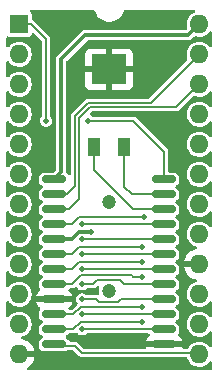
<source format=gbr>
G04 #@! TF.GenerationSoftware,KiCad,Pcbnew,(6.0.7)*
G04 #@! TF.CreationDate,2022-08-15T11:05:51+01:00*
G04 #@! TF.ProjectId,nwX287,6e775832-3837-42e6-9b69-6361645f7063,1a*
G04 #@! TF.SameCoordinates,Original*
G04 #@! TF.FileFunction,Copper,L2,Bot*
G04 #@! TF.FilePolarity,Positive*
%FSLAX46Y46*%
G04 Gerber Fmt 4.6, Leading zero omitted, Abs format (unit mm)*
G04 Created by KiCad (PCBNEW (6.0.7)) date 2022-08-15 11:05:51*
%MOMM*%
%LPD*%
G01*
G04 APERTURE LIST*
G04 Aperture macros list*
%AMRoundRect*
0 Rectangle with rounded corners*
0 $1 Rounding radius*
0 $2 $3 $4 $5 $6 $7 $8 $9 X,Y pos of 4 corners*
0 Add a 4 corners polygon primitive as box body*
4,1,4,$2,$3,$4,$5,$6,$7,$8,$9,$2,$3,0*
0 Add four circle primitives for the rounded corners*
1,1,$1+$1,$2,$3*
1,1,$1+$1,$4,$5*
1,1,$1+$1,$6,$7*
1,1,$1+$1,$8,$9*
0 Add four rect primitives between the rounded corners*
20,1,$1+$1,$2,$3,$4,$5,0*
20,1,$1+$1,$4,$5,$6,$7,0*
20,1,$1+$1,$6,$7,$8,$9,0*
20,1,$1+$1,$8,$9,$2,$3,0*%
G04 Aperture macros list end*
G04 #@! TA.AperFunction,ComponentPad*
%ADD10C,1.200000*%
G04 #@! TD*
G04 #@! TA.AperFunction,SMDPad,CuDef*
%ADD11RoundRect,0.150000X0.875000X0.150000X-0.875000X0.150000X-0.875000X-0.150000X0.875000X-0.150000X0*%
G04 #@! TD*
G04 #@! TA.AperFunction,ComponentPad*
%ADD12O,1.600000X1.600000*%
G04 #@! TD*
G04 #@! TA.AperFunction,ComponentPad*
%ADD13R,1.600000X1.600000*%
G04 #@! TD*
G04 #@! TA.AperFunction,SMDPad,CuDef*
%ADD14R,3.000000X2.500000*%
G04 #@! TD*
G04 #@! TA.AperFunction,SMDPad,CuDef*
%ADD15R,1.000000X1.600000*%
G04 #@! TD*
G04 #@! TA.AperFunction,ViaPad*
%ADD16C,0.500000*%
G04 #@! TD*
G04 #@! TA.AperFunction,Conductor*
%ADD17C,0.350000*%
G04 #@! TD*
G04 #@! TA.AperFunction,Conductor*
%ADD18C,0.200000*%
G04 #@! TD*
G04 APERTURE END LIST*
D10*
G04 #@! TO.P,BT1,*
G04 #@! TO.N,*
X134620000Y-102025000D03*
X134620000Y-94525000D03*
G04 #@! TD*
D11*
G04 #@! TO.P,U1,24*
G04 #@! TO.N,VCC*
X129970000Y-92583000D03*
G04 #@! TO.P,U1,23*
G04 #@! TO.N,SQW*
X129970000Y-93853000D03*
G04 #@! TO.P,U1,22*
G04 #@! TO.N,CEO*
X129970000Y-95123000D03*
G04 #@! TO.P,U1,21*
G04 #@! TO.N,CEI*
X129970000Y-96393000D03*
G04 #@! TO.P,U1,20*
G04 #@! TO.N,BC*
X129970000Y-97663000D03*
G04 #@! TO.P,U1,19*
G04 #@! TO.N,INT*
X129970000Y-98933000D03*
G04 #@! TO.P,U1,18*
G04 #@! TO.N,RST*
X129970000Y-100203000D03*
G04 #@! TO.P,U1,17*
G04 #@! TO.N,DS*
X129970000Y-101473000D03*
G04 #@! TO.P,U1,16*
G04 #@! TO.N,GND*
X129970000Y-102743000D03*
G04 #@! TO.P,U1,15*
G04 #@! TO.N,RW*
X129970000Y-104013000D03*
G04 #@! TO.P,U1,14*
G04 #@! TO.N,AS*
X129970000Y-105283000D03*
G04 #@! TO.P,U1,13*
G04 #@! TO.N,CS*
X129970000Y-106553000D03*
G04 #@! TO.P,U1,12*
G04 #@! TO.N,GND*
X139270000Y-106553000D03*
G04 #@! TO.P,U1,11*
G04 #@! TO.N,AD7*
X139270000Y-105283000D03*
G04 #@! TO.P,U1,10*
G04 #@! TO.N,AD6*
X139270000Y-104013000D03*
G04 #@! TO.P,U1,9*
G04 #@! TO.N,AD5*
X139270000Y-102743000D03*
G04 #@! TO.P,U1,8*
G04 #@! TO.N,AD4*
X139270000Y-101473000D03*
G04 #@! TO.P,U1,7*
G04 #@! TO.N,AD3*
X139270000Y-100203000D03*
G04 #@! TO.P,U1,6*
G04 #@! TO.N,AD2*
X139270000Y-98933000D03*
G04 #@! TO.P,U1,5*
G04 #@! TO.N,AD1*
X139270000Y-97663000D03*
G04 #@! TO.P,U1,4*
G04 #@! TO.N,AD0*
X139270000Y-96393000D03*
G04 #@! TO.P,U1,3*
G04 #@! TO.N,X2*
X139270000Y-95123000D03*
G04 #@! TO.P,U1,2*
G04 #@! TO.N,X1*
X139270000Y-93853000D03*
G04 #@! TO.P,U1,1*
G04 #@! TO.N,VOUT*
X139270000Y-92583000D03*
G04 #@! TD*
D12*
G04 #@! TO.P,U2,24*
G04 #@! TO.N,VCC*
X142240000Y-79459001D03*
G04 #@! TO.P,U2,12*
G04 #@! TO.N,GND*
X127000000Y-107399001D03*
G04 #@! TO.P,U2,23*
G04 #@! TO.N,SQW*
X142240000Y-81999001D03*
G04 #@! TO.P,U2,11*
G04 #@! TO.N,AD7*
X127000000Y-104859001D03*
G04 #@! TO.P,U2,22*
G04 #@! TO.N,CEO*
X142240000Y-84539001D03*
G04 #@! TO.P,U2,10*
G04 #@! TO.N,AD6*
X127000000Y-102319001D03*
G04 #@! TO.P,U2,21*
G04 #@! TO.N,CEI*
X142240000Y-87079001D03*
G04 #@! TO.P,U2,9*
G04 #@! TO.N,AD5*
X127000000Y-99779001D03*
G04 #@! TO.P,U2,20*
G04 #@! TO.N,N/C*
X142240000Y-89619001D03*
G04 #@! TO.P,U2,8*
G04 #@! TO.N,AD4*
X127000000Y-97239001D03*
G04 #@! TO.P,U2,19*
G04 #@! TO.N,INT*
X142240000Y-92159001D03*
G04 #@! TO.P,U2,7*
G04 #@! TO.N,AD3*
X127000000Y-94699001D03*
G04 #@! TO.P,U2,18*
G04 #@! TO.N,RST*
X142240000Y-94699001D03*
G04 #@! TO.P,U2,6*
G04 #@! TO.N,AD2*
X127000000Y-92159001D03*
G04 #@! TO.P,U2,17*
G04 #@! TO.N,DS*
X142240000Y-97239001D03*
G04 #@! TO.P,U2,5*
G04 #@! TO.N,AD1*
X127000000Y-89619001D03*
G04 #@! TO.P,U2,16*
G04 #@! TO.N,GND*
X142240000Y-99779001D03*
G04 #@! TO.P,U2,4*
G04 #@! TO.N,AD0*
X127000000Y-87079001D03*
G04 #@! TO.P,U2,15*
G04 #@! TO.N,RW*
X142240000Y-102319001D03*
G04 #@! TO.P,U2,3*
G04 #@! TO.N,N/C*
X127000000Y-84539001D03*
G04 #@! TO.P,U2,14*
G04 #@! TO.N,AS*
X142240000Y-104859001D03*
G04 #@! TO.P,U2,2*
G04 #@! TO.N,N/C*
X127000000Y-81999001D03*
G04 #@! TO.P,U2,13*
G04 #@! TO.N,CS*
X142240000Y-107399001D03*
D13*
G04 #@! TO.P,U2,1*
G04 #@! TO.N,VOUT*
X127000000Y-79459001D03*
G04 #@! TD*
D14*
G04 #@! TO.P,Y1,3*
G04 #@! TO.N,GND*
X134607300Y-83284600D03*
D15*
G04 #@! TO.P,Y1,2*
G04 #@! TO.N,X1*
X135877300Y-89834600D03*
G04 #@! TO.P,Y1,1*
G04 #@! TO.N,X2*
X133337300Y-89834600D03*
G04 #@! TD*
D16*
G04 #@! TO.N,GND*
X128270000Y-81280000D03*
X140970000Y-81280000D03*
X140462000Y-87376000D03*
G04 #@! TO.N,AD7*
X132334000Y-105283000D03*
G04 #@! TO.N,AD6*
X132334000Y-104013000D03*
G04 #@! TO.N,AD5*
X132334000Y-102743000D03*
G04 #@! TO.N,AD4*
X132334000Y-101473000D03*
G04 #@! TO.N,INT*
X137414000Y-98298000D03*
G04 #@! TO.N,AD3*
X132334000Y-100203000D03*
G04 #@! TO.N,RST*
X137414000Y-99568000D03*
G04 #@! TO.N,AD2*
X132334000Y-98933000D03*
G04 #@! TO.N,DS*
X137414000Y-100838000D03*
G04 #@! TO.N,AD1*
X132334000Y-97665710D03*
G04 #@! TO.N,AD0*
X132334000Y-96393000D03*
G04 #@! TO.N,RW*
X137414000Y-103378000D03*
G04 #@! TO.N,AS*
X137414000Y-104648000D03*
G04 #@! TO.N,BC*
X133096004Y-97040700D03*
G04 #@! TO.N,CEI*
X137541000Y-95758000D03*
G04 #@! TO.N,VOUT*
X132842000Y-87630004D03*
X129286000Y-87630000D03*
G04 #@! TD*
D17*
G04 #@! TO.N,VCC*
X141308001Y-80391000D02*
X142240000Y-79459001D01*
X132588000Y-80391000D02*
X141308001Y-80391000D01*
X130556000Y-82423000D02*
X132588000Y-80391000D01*
X130556000Y-91997000D02*
X130556000Y-82423000D01*
X129970000Y-92583000D02*
X130556000Y-91997000D01*
D18*
G04 #@! TO.N,SQW*
X131064000Y-93853000D02*
X131729989Y-93187011D01*
X129970000Y-93853000D02*
X131064000Y-93853000D01*
X131729989Y-93187011D02*
X131729990Y-87231020D01*
X131729990Y-87231020D02*
X132855010Y-86106000D01*
X132855010Y-86106000D02*
X138133001Y-86106000D01*
X138133001Y-86106000D02*
X141440001Y-82799000D01*
X141440001Y-82799000D02*
X142240000Y-81999001D01*
G04 #@! TO.N,AD7*
X139270000Y-105283000D02*
X132334000Y-105283000D01*
G04 #@! TO.N,AD6*
X132334000Y-104013000D02*
X139270000Y-104013000D01*
G04 #@! TO.N,AD5*
X135630001Y-102743000D02*
X139270000Y-102743000D01*
X135376001Y-102997000D02*
X135630001Y-102743000D01*
X133731000Y-102997000D02*
X135376001Y-102997000D01*
X133477000Y-102743000D02*
X133731000Y-102997000D01*
X132334000Y-102743000D02*
X133477000Y-102743000D01*
G04 #@! TO.N,AD4*
X135890000Y-101473000D02*
X139270000Y-101473000D01*
X135547999Y-101130999D02*
X135890000Y-101473000D01*
X133565001Y-101130999D02*
X135547999Y-101130999D01*
X133223000Y-101473000D02*
X133565001Y-101130999D01*
X132334000Y-101473000D02*
X133223000Y-101473000D01*
G04 #@! TO.N,INT*
X132080000Y-98298000D02*
X137414000Y-98298000D01*
X131445000Y-98933000D02*
X132080000Y-98298000D01*
X129970000Y-98933000D02*
X131445000Y-98933000D01*
G04 #@! TO.N,AD3*
X132334000Y-100203000D02*
X139270000Y-100203000D01*
G04 #@! TO.N,RST*
X129970000Y-100203000D02*
X131445000Y-100203000D01*
X132080000Y-99568000D02*
X137414000Y-99568000D01*
X131445000Y-100203000D02*
X132080000Y-99568000D01*
G04 #@! TO.N,AD2*
X132334000Y-98933000D02*
X139270000Y-98933000D01*
G04 #@! TO.N,DS*
X136525000Y-100711000D02*
X136652000Y-100838000D01*
X132236000Y-100711000D02*
X136525000Y-100711000D01*
X131474000Y-101473000D02*
X132236000Y-100711000D01*
X129970000Y-101473000D02*
X131474000Y-101473000D01*
X136652000Y-100838000D02*
X137414000Y-100838000D01*
G04 #@! TO.N,AD1*
X139270000Y-97663000D02*
X132336710Y-97663000D01*
X132336710Y-97663000D02*
X132334000Y-97665710D01*
G04 #@! TO.N,AD0*
X139270000Y-96393000D02*
X132334000Y-96393000D01*
G04 #@! TO.N,RW*
X129970000Y-104140000D02*
X130048000Y-104062000D01*
X130048000Y-104062000D02*
X130048000Y-104013000D01*
X132228998Y-103378000D02*
X137414000Y-103378000D01*
X131593998Y-104013000D02*
X132228998Y-103378000D01*
X129970000Y-104013000D02*
X131593998Y-104013000D01*
G04 #@! TO.N,AS*
X132228998Y-104648000D02*
X137414000Y-104648000D01*
X131593998Y-105283000D02*
X132228998Y-104648000D01*
X129970000Y-105283000D02*
X131593998Y-105283000D01*
G04 #@! TO.N,CS*
X132291001Y-107272001D02*
X142240000Y-107272001D01*
X131699000Y-106680000D02*
X132291001Y-107272001D01*
X129970000Y-106680000D02*
X131699000Y-106680000D01*
D17*
G04 #@! TO.N,BC*
X132067300Y-97040700D02*
X133096004Y-97040700D01*
X129970000Y-97663000D02*
X131445000Y-97663000D01*
X131445000Y-97663000D02*
X132067300Y-97040700D01*
D18*
G04 #@! TO.N,X2*
X136652000Y-95123000D02*
X139270000Y-95123000D01*
X133350000Y-91821000D02*
X136652000Y-95123000D01*
X133350000Y-89923500D02*
X133350000Y-91821000D01*
X133286500Y-89860000D02*
X133350000Y-89923500D01*
G04 #@! TO.N,X1*
X136525000Y-93853000D02*
X139270000Y-93853000D01*
X135890000Y-93218000D02*
X136525000Y-93853000D01*
X135890000Y-90004900D02*
X135890000Y-93218000D01*
G04 #@! TO.N,CEO*
X140292001Y-86487000D02*
X142240000Y-84539001D01*
X132969000Y-86487000D02*
X140292001Y-86487000D01*
X132080000Y-87376000D02*
X132969000Y-86487000D01*
X132080000Y-94234000D02*
X132080000Y-87376000D01*
X129970000Y-95123000D02*
X131191000Y-95123000D01*
X131191000Y-95123000D02*
X132080000Y-94234000D01*
G04 #@! TO.N,CEI*
X129970000Y-96393000D02*
X131445000Y-96393000D01*
X132080000Y-95758000D02*
X137541000Y-95758000D01*
X131445000Y-96393000D02*
X132080000Y-95758000D01*
G04 #@! TO.N,VOUT*
X139270000Y-92583000D02*
X139270000Y-90248000D01*
X139270000Y-90248000D02*
X136652004Y-87630004D01*
X136652004Y-87630004D02*
X132842000Y-87630004D01*
X129286000Y-80745001D02*
X129286000Y-87630000D01*
X127000000Y-79459001D02*
X128000000Y-79459001D01*
X128000000Y-79459001D02*
X129286000Y-80745001D01*
G04 #@! TD*
G04 #@! TA.AperFunction,Conductor*
G04 #@! TO.N,GND*
G36*
X133337922Y-78252002D02*
G01*
X133384415Y-78305658D01*
X133390843Y-78323003D01*
X133392102Y-78327357D01*
X133393153Y-78332667D01*
X133395097Y-78337719D01*
X133395099Y-78337725D01*
X133469195Y-78530258D01*
X133471912Y-78537317D01*
X133474694Y-78541965D01*
X133568127Y-78698085D01*
X133584520Y-78725477D01*
X133588061Y-78729587D01*
X133588062Y-78729588D01*
X133673171Y-78828364D01*
X133727657Y-78891600D01*
X133731851Y-78895045D01*
X133892910Y-79027344D01*
X133892913Y-79027346D01*
X133897102Y-79030787D01*
X133901819Y-79033461D01*
X134070773Y-79129247D01*
X134087861Y-79138935D01*
X134092960Y-79140761D01*
X134092965Y-79140763D01*
X134239971Y-79193399D01*
X134294309Y-79212855D01*
X134299648Y-79213782D01*
X134505024Y-79249442D01*
X134505028Y-79249442D01*
X134510359Y-79250368D01*
X134729641Y-79250368D01*
X134734972Y-79249442D01*
X134734976Y-79249442D01*
X134940352Y-79213782D01*
X134945691Y-79212855D01*
X135000029Y-79193399D01*
X135147035Y-79140763D01*
X135147040Y-79140761D01*
X135152139Y-79138935D01*
X135169228Y-79129247D01*
X135338181Y-79033461D01*
X135342898Y-79030787D01*
X135347087Y-79027346D01*
X135347090Y-79027344D01*
X135508149Y-78895045D01*
X135512343Y-78891600D01*
X135566829Y-78828364D01*
X135651938Y-78729588D01*
X135651939Y-78729587D01*
X135655480Y-78725477D01*
X135671874Y-78698085D01*
X135765306Y-78541965D01*
X135768088Y-78537317D01*
X135770805Y-78530258D01*
X135844901Y-78337725D01*
X135844903Y-78337719D01*
X135846847Y-78332667D01*
X135847898Y-78327357D01*
X135849157Y-78323003D01*
X135887292Y-78263119D01*
X135951750Y-78233358D01*
X135970199Y-78232000D01*
X141801753Y-78232000D01*
X141869874Y-78252002D01*
X141916367Y-78305658D01*
X141926471Y-78375932D01*
X141896977Y-78440512D01*
X141848958Y-78474821D01*
X141843066Y-78476555D01*
X141837606Y-78479409D01*
X141837607Y-78479409D01*
X141665261Y-78569509D01*
X141665257Y-78569512D01*
X141659801Y-78572364D01*
X141498635Y-78701944D01*
X141365708Y-78860361D01*
X141266082Y-79041579D01*
X141203553Y-79238697D01*
X141202867Y-79244814D01*
X141202866Y-79244818D01*
X141201927Y-79253190D01*
X141180501Y-79444207D01*
X141197806Y-79650279D01*
X141199505Y-79656204D01*
X141231614Y-79768181D01*
X141231163Y-79839176D01*
X141199590Y-79892006D01*
X141167001Y-79924595D01*
X141104689Y-79958621D01*
X141077906Y-79961500D01*
X132620969Y-79961500D01*
X132606159Y-79960627D01*
X132589210Y-79958621D01*
X132574357Y-79956863D01*
X132565093Y-79958555D01*
X132565092Y-79958555D01*
X132519417Y-79966897D01*
X132515513Y-79967547D01*
X132460283Y-79975850D01*
X132454076Y-79978831D01*
X132447306Y-79980067D01*
X132438950Y-79984407D01*
X132438943Y-79984410D01*
X132397727Y-80005821D01*
X132394250Y-80007559D01*
X132343859Y-80031757D01*
X132338804Y-80036429D01*
X132332695Y-80039603D01*
X132327879Y-80043716D01*
X132292442Y-80079153D01*
X132288876Y-80082582D01*
X132249019Y-80119425D01*
X132245463Y-80125547D01*
X132240443Y-80131152D01*
X130275609Y-82095986D01*
X130264520Y-82105841D01*
X130239372Y-82125666D01*
X130234017Y-82133413D01*
X130234016Y-82133415D01*
X130207636Y-82171585D01*
X130205341Y-82174797D01*
X130193906Y-82190279D01*
X130189530Y-82196204D01*
X130172135Y-82219754D01*
X130169853Y-82226251D01*
X130165941Y-82231912D01*
X130163103Y-82240886D01*
X130163102Y-82240888D01*
X130149108Y-82285140D01*
X130147854Y-82288897D01*
X130132464Y-82332720D01*
X130132462Y-82332728D01*
X130129343Y-82341611D01*
X130129073Y-82348490D01*
X130126997Y-82355053D01*
X130126500Y-82361367D01*
X130126500Y-82411485D01*
X130126403Y-82416431D01*
X130124272Y-82470663D01*
X130126087Y-82477506D01*
X130126500Y-82485019D01*
X130126500Y-91766905D01*
X130106498Y-91835026D01*
X130089595Y-91856001D01*
X129953999Y-91991596D01*
X129891687Y-92025621D01*
X129864904Y-92028500D01*
X129063166Y-92028500D01*
X128968445Y-92043502D01*
X128854277Y-92101674D01*
X128763674Y-92192277D01*
X128705502Y-92306445D01*
X128690500Y-92401166D01*
X128690500Y-92764834D01*
X128705502Y-92859555D01*
X128763674Y-92973723D01*
X128854277Y-93064326D01*
X128929687Y-93102750D01*
X128935542Y-93105733D01*
X128987157Y-93154482D01*
X129004223Y-93223397D01*
X128981322Y-93290598D01*
X128935542Y-93330267D01*
X128854277Y-93371674D01*
X128763674Y-93462277D01*
X128705502Y-93576445D01*
X128690500Y-93671166D01*
X128690500Y-94034834D01*
X128705502Y-94129555D01*
X128763674Y-94243723D01*
X128854277Y-94334326D01*
X128929687Y-94372750D01*
X128935542Y-94375733D01*
X128987157Y-94424482D01*
X129004223Y-94493397D01*
X128981322Y-94560598D01*
X128935542Y-94600267D01*
X128854277Y-94641674D01*
X128763674Y-94732277D01*
X128705502Y-94846445D01*
X128690500Y-94941166D01*
X128690500Y-95304834D01*
X128705502Y-95399555D01*
X128763674Y-95513723D01*
X128854277Y-95604326D01*
X128929687Y-95642750D01*
X128935542Y-95645733D01*
X128987157Y-95694482D01*
X129004223Y-95763397D01*
X128981322Y-95830598D01*
X128935542Y-95870267D01*
X128854277Y-95911674D01*
X128763674Y-96002277D01*
X128705502Y-96116445D01*
X128690500Y-96211166D01*
X128690500Y-96574834D01*
X128705502Y-96669555D01*
X128763674Y-96783723D01*
X128854277Y-96874326D01*
X128900049Y-96897648D01*
X128935542Y-96915733D01*
X128987157Y-96964482D01*
X129004223Y-97033397D01*
X128981322Y-97100598D01*
X128935542Y-97140267D01*
X128854277Y-97181674D01*
X128763674Y-97272277D01*
X128705502Y-97386445D01*
X128690500Y-97481166D01*
X128690500Y-97844834D01*
X128705502Y-97939555D01*
X128763674Y-98053723D01*
X128854277Y-98144326D01*
X128895429Y-98165294D01*
X128935542Y-98185733D01*
X128987157Y-98234482D01*
X129004223Y-98303397D01*
X128981322Y-98370598D01*
X128935542Y-98410267D01*
X128854277Y-98451674D01*
X128763674Y-98542277D01*
X128705502Y-98656445D01*
X128690500Y-98751166D01*
X128690500Y-99114834D01*
X128705502Y-99209555D01*
X128763674Y-99323723D01*
X128854277Y-99414326D01*
X128929687Y-99452750D01*
X128935542Y-99455733D01*
X128987157Y-99504482D01*
X129004223Y-99573397D01*
X128981322Y-99640598D01*
X128935542Y-99680267D01*
X128854277Y-99721674D01*
X128763674Y-99812277D01*
X128705502Y-99926445D01*
X128690500Y-100021166D01*
X128690500Y-100384834D01*
X128705502Y-100479555D01*
X128763674Y-100593723D01*
X128854277Y-100684326D01*
X128929687Y-100722750D01*
X128935542Y-100725733D01*
X128987157Y-100774482D01*
X129004223Y-100843397D01*
X128981322Y-100910598D01*
X128935542Y-100950267D01*
X128854277Y-100991674D01*
X128763674Y-101082277D01*
X128705502Y-101196445D01*
X128690500Y-101291166D01*
X128690500Y-101654834D01*
X128705502Y-101749555D01*
X128725868Y-101789525D01*
X128745363Y-101827785D01*
X128763674Y-101863723D01*
X128766442Y-101866491D01*
X128789180Y-101930217D01*
X128773101Y-101999369D01*
X128727525Y-102045867D01*
X128695323Y-102064911D01*
X128682896Y-102074551D01*
X128576551Y-102180896D01*
X128566911Y-102193322D01*
X128490352Y-102322779D01*
X128484107Y-102337210D01*
X128445061Y-102471605D01*
X128445101Y-102485706D01*
X128452370Y-102489000D01*
X131481878Y-102489000D01*
X131495409Y-102485027D01*
X131496544Y-102477129D01*
X131455893Y-102337210D01*
X131449648Y-102322779D01*
X131373089Y-102193322D01*
X131363449Y-102180896D01*
X131257104Y-102074551D01*
X131244675Y-102064909D01*
X131239676Y-102061953D01*
X131191224Y-102010060D01*
X131178519Y-101940209D01*
X131205595Y-101874579D01*
X131263855Y-101834005D01*
X131303816Y-101827500D01*
X131422743Y-101827500D01*
X131442537Y-101829606D01*
X131446890Y-101829811D01*
X131457070Y-101832003D01*
X131487740Y-101828373D01*
X131493083Y-101828058D01*
X131493072Y-101827928D01*
X131498252Y-101827500D01*
X131503451Y-101827500D01*
X131508575Y-101826647D01*
X131508588Y-101826646D01*
X131521041Y-101824573D01*
X131526916Y-101823736D01*
X131563929Y-101819355D01*
X131574270Y-101818131D01*
X131581978Y-101814430D01*
X131590417Y-101813025D01*
X131632401Y-101790371D01*
X131637664Y-101787690D01*
X131650561Y-101781497D01*
X131680658Y-101767045D01*
X131684650Y-101763689D01*
X131686597Y-101761742D01*
X131688222Y-101760252D01*
X131688654Y-101760019D01*
X131688687Y-101760055D01*
X131688845Y-101759916D01*
X131694280Y-101756983D01*
X131706297Y-101743983D01*
X131712162Y-101737639D01*
X131773090Y-101701194D01*
X131844050Y-101703476D01*
X131900911Y-101742657D01*
X131901289Y-101742339D01*
X131903356Y-101744798D01*
X131978343Y-101834005D01*
X131994276Y-101852960D01*
X132001747Y-101857933D01*
X132001748Y-101857934D01*
X132107101Y-101928063D01*
X132107103Y-101928064D01*
X132114574Y-101933037D01*
X132123138Y-101935713D01*
X132123141Y-101935714D01*
X132160274Y-101947315D01*
X132252510Y-101976132D01*
X132396998Y-101978780D01*
X132416530Y-101973455D01*
X132527763Y-101943130D01*
X132527765Y-101943129D01*
X132536422Y-101940769D01*
X132659572Y-101865154D01*
X132665595Y-101858500D01*
X132667938Y-101856555D01*
X132733127Y-101828432D01*
X132748422Y-101827500D01*
X133171743Y-101827500D01*
X133191537Y-101829606D01*
X133195890Y-101829811D01*
X133206070Y-101832003D01*
X133236740Y-101828373D01*
X133242083Y-101828058D01*
X133242072Y-101827928D01*
X133247252Y-101827500D01*
X133252451Y-101827500D01*
X133257575Y-101826647D01*
X133257588Y-101826646D01*
X133270041Y-101824573D01*
X133275916Y-101823736D01*
X133312929Y-101819355D01*
X133323270Y-101818131D01*
X133330978Y-101814430D01*
X133339417Y-101813025D01*
X133381401Y-101790371D01*
X133386664Y-101787690D01*
X133399561Y-101781497D01*
X133429658Y-101767045D01*
X133433650Y-101763689D01*
X133435597Y-101761742D01*
X133437222Y-101760252D01*
X133437654Y-101760019D01*
X133437687Y-101760055D01*
X133437845Y-101759916D01*
X133443280Y-101756983D01*
X133477357Y-101720119D01*
X133480786Y-101716553D01*
X133588429Y-101608910D01*
X133650741Y-101574884D01*
X133721556Y-101579949D01*
X133778392Y-101622496D01*
X133803203Y-101689016D01*
X133794513Y-101744796D01*
X133776623Y-101789525D01*
X133775509Y-101796252D01*
X133775508Y-101796257D01*
X133750501Y-101947315D01*
X133745732Y-101976121D01*
X133746089Y-101982937D01*
X133746089Y-101982942D01*
X133751848Y-102092824D01*
X133755631Y-102164997D01*
X133779597Y-102252004D01*
X133782643Y-102263064D01*
X133781449Y-102334051D01*
X133742066Y-102393123D01*
X133676998Y-102421525D01*
X133625066Y-102417241D01*
X133589414Y-102406579D01*
X133583765Y-102404744D01*
X133550674Y-102393123D01*
X133538792Y-102388950D01*
X133533596Y-102388500D01*
X133530891Y-102388500D01*
X133528635Y-102388403D01*
X133528159Y-102388260D01*
X133528161Y-102388214D01*
X133527962Y-102388201D01*
X133522045Y-102386432D01*
X133472411Y-102388382D01*
X133471876Y-102388403D01*
X133466930Y-102388500D01*
X132748265Y-102388500D01*
X132680144Y-102368498D01*
X132672112Y-102362465D01*
X132669056Y-102358918D01*
X132653117Y-102348587D01*
X132555324Y-102285200D01*
X132555322Y-102285199D01*
X132547790Y-102280317D01*
X132490101Y-102263064D01*
X132417938Y-102241482D01*
X132417936Y-102241482D01*
X132409337Y-102238910D01*
X132400363Y-102238855D01*
X132400361Y-102238855D01*
X132337082Y-102238469D01*
X132264827Y-102238028D01*
X132256196Y-102240495D01*
X132256194Y-102240495D01*
X132134509Y-102275272D01*
X132134505Y-102275274D01*
X132125879Y-102277739D01*
X132118292Y-102282526D01*
X132118290Y-102282527D01*
X132054495Y-102322779D01*
X132003661Y-102354853D01*
X131997718Y-102361582D01*
X131997717Y-102361583D01*
X131939012Y-102428054D01*
X131907999Y-102463170D01*
X131904185Y-102471293D01*
X131904184Y-102471295D01*
X131890182Y-102501118D01*
X131846583Y-102593982D01*
X131845203Y-102602846D01*
X131845202Y-102602849D01*
X131827810Y-102714553D01*
X131824350Y-102736773D01*
X131843088Y-102880065D01*
X131901289Y-103012339D01*
X131907063Y-103019209D01*
X131907065Y-103019211D01*
X131914633Y-103028215D01*
X131943153Y-103093231D01*
X131931995Y-103163346D01*
X131907276Y-103198383D01*
X131484065Y-103621595D01*
X131421752Y-103655620D01*
X131394969Y-103658500D01*
X131303816Y-103658500D01*
X131235695Y-103638498D01*
X131189202Y-103584842D01*
X131179098Y-103514568D01*
X131208592Y-103449988D01*
X131239676Y-103424047D01*
X131244675Y-103421091D01*
X131257104Y-103411449D01*
X131363449Y-103305104D01*
X131373089Y-103292678D01*
X131449648Y-103163221D01*
X131455893Y-103148790D01*
X131494939Y-103014395D01*
X131494899Y-103000294D01*
X131487630Y-102997000D01*
X128458122Y-102997000D01*
X128444591Y-103000973D01*
X128443456Y-103008871D01*
X128484107Y-103148790D01*
X128490352Y-103163221D01*
X128566911Y-103292678D01*
X128576551Y-103305104D01*
X128682896Y-103411449D01*
X128695323Y-103421089D01*
X128727525Y-103440133D01*
X128775978Y-103492026D01*
X128788683Y-103561877D01*
X128766582Y-103619369D01*
X128763674Y-103622277D01*
X128705502Y-103736445D01*
X128690500Y-103831166D01*
X128690500Y-104194834D01*
X128705502Y-104289555D01*
X128763674Y-104403723D01*
X128854277Y-104494326D01*
X128929687Y-104532750D01*
X128935542Y-104535733D01*
X128987157Y-104584482D01*
X129004223Y-104653397D01*
X128981322Y-104720598D01*
X128935542Y-104760267D01*
X128854277Y-104801674D01*
X128763674Y-104892277D01*
X128705502Y-105006445D01*
X128690500Y-105101166D01*
X128690500Y-105464834D01*
X128705502Y-105559555D01*
X128763674Y-105673723D01*
X128854277Y-105764326D01*
X128929687Y-105802750D01*
X128935542Y-105805733D01*
X128987157Y-105854482D01*
X129004223Y-105923397D01*
X128981322Y-105990598D01*
X128935542Y-106030267D01*
X128854277Y-106071674D01*
X128763674Y-106162277D01*
X128705502Y-106276445D01*
X128690500Y-106371166D01*
X128690500Y-106734834D01*
X128705502Y-106829555D01*
X128763674Y-106943723D01*
X128854277Y-107034326D01*
X128968445Y-107092498D01*
X129063166Y-107107500D01*
X130876834Y-107107500D01*
X130971555Y-107092498D01*
X131058429Y-107048233D01*
X131115633Y-107034500D01*
X131499970Y-107034500D01*
X131568091Y-107054502D01*
X131589065Y-107071404D01*
X132004085Y-107486423D01*
X132016587Y-107501903D01*
X132019526Y-107505133D01*
X132025176Y-107513883D01*
X132049439Y-107533010D01*
X132053434Y-107536560D01*
X132053518Y-107536461D01*
X132057481Y-107539819D01*
X132061157Y-107543495D01*
X132065386Y-107546518D01*
X132065387Y-107546518D01*
X132075653Y-107553855D01*
X132080396Y-107557416D01*
X132109676Y-107580498D01*
X132109680Y-107580500D01*
X132117858Y-107586947D01*
X132125926Y-107589780D01*
X132132886Y-107594754D01*
X132142864Y-107597738D01*
X132178587Y-107608421D01*
X132184236Y-107610257D01*
X132229209Y-107626051D01*
X132234405Y-107626501D01*
X132237110Y-107626501D01*
X132239366Y-107626598D01*
X132239842Y-107626741D01*
X132239840Y-107626787D01*
X132240039Y-107626800D01*
X132245956Y-107628569D01*
X132296125Y-107626598D01*
X132301071Y-107626501D01*
X141113244Y-107626501D01*
X141181365Y-107646503D01*
X141227858Y-107700159D01*
X141234363Y-107717769D01*
X141254807Y-107789067D01*
X141257625Y-107794549D01*
X141257626Y-107794553D01*
X141346514Y-107967510D01*
X141346517Y-107967514D01*
X141349334Y-107972996D01*
X141477786Y-108135062D01*
X141635271Y-108269092D01*
X141815789Y-108369981D01*
X142012466Y-108433885D01*
X142217809Y-108458371D01*
X142223944Y-108457899D01*
X142223946Y-108457899D01*
X142417856Y-108442978D01*
X142417860Y-108442977D01*
X142423998Y-108442505D01*
X142623178Y-108386893D01*
X142628682Y-108384113D01*
X142628684Y-108384112D01*
X142802262Y-108296432D01*
X142802264Y-108296431D01*
X142807763Y-108293653D01*
X142970722Y-108166335D01*
X142974748Y-108161671D01*
X142974751Y-108161668D01*
X143098119Y-108018744D01*
X143157772Y-107980247D01*
X143228768Y-107980111D01*
X143288567Y-108018381D01*
X143318183Y-108082906D01*
X143319500Y-108101075D01*
X143319500Y-108585500D01*
X143299498Y-108653621D01*
X143245842Y-108700114D01*
X143193500Y-108711500D01*
X127805606Y-108711500D01*
X127737485Y-108691498D01*
X127690992Y-108637842D01*
X127680888Y-108567568D01*
X127710382Y-108502988D01*
X127733335Y-108482287D01*
X127839467Y-108407973D01*
X127847875Y-108400917D01*
X128001916Y-108246876D01*
X128008972Y-108238468D01*
X128133931Y-108060008D01*
X128139414Y-108050512D01*
X128231490Y-107853054D01*
X128235236Y-107842762D01*
X128281394Y-107670498D01*
X128281058Y-107656402D01*
X128273116Y-107653001D01*
X126872000Y-107653001D01*
X126803879Y-107632999D01*
X126757386Y-107579343D01*
X126746000Y-107527001D01*
X126746000Y-107271001D01*
X126766002Y-107202880D01*
X126819658Y-107156387D01*
X126872000Y-107145001D01*
X128267967Y-107145001D01*
X128281498Y-107141028D01*
X128282727Y-107132479D01*
X128235236Y-106955240D01*
X128231490Y-106944948D01*
X128139414Y-106747490D01*
X128133931Y-106737994D01*
X128008972Y-106559534D01*
X128001916Y-106551126D01*
X127847875Y-106397085D01*
X127839467Y-106390029D01*
X127661007Y-106265070D01*
X127651511Y-106259587D01*
X127454053Y-106167511D01*
X127443761Y-106163765D01*
X127278603Y-106119511D01*
X127217980Y-106082559D01*
X127186959Y-106018698D01*
X127195387Y-105948204D01*
X127240590Y-105893457D01*
X127277323Y-105876448D01*
X127383178Y-105846893D01*
X127388682Y-105844113D01*
X127388684Y-105844112D01*
X127562262Y-105756432D01*
X127562264Y-105756431D01*
X127567763Y-105753653D01*
X127730722Y-105626335D01*
X127734748Y-105621671D01*
X127734751Y-105621668D01*
X127861819Y-105474458D01*
X127861820Y-105474456D01*
X127865848Y-105469790D01*
X127967995Y-105289980D01*
X128000633Y-105191867D01*
X128031325Y-105099602D01*
X128031326Y-105099599D01*
X128033270Y-105093754D01*
X128059189Y-104888587D01*
X128059602Y-104859001D01*
X128039422Y-104653190D01*
X127979651Y-104455218D01*
X127895516Y-104296983D01*
X127885459Y-104278068D01*
X127885457Y-104278065D01*
X127882565Y-104272626D01*
X127878674Y-104267856D01*
X127878672Y-104267852D01*
X127755758Y-104117144D01*
X127755755Y-104117141D01*
X127751863Y-104112369D01*
X127744966Y-104106663D01*
X127597271Y-103984479D01*
X127597266Y-103984476D01*
X127592522Y-103980551D01*
X127587103Y-103977621D01*
X127587100Y-103977619D01*
X127416032Y-103885123D01*
X127416027Y-103885121D01*
X127410612Y-103882193D01*
X127213063Y-103821041D01*
X127206938Y-103820397D01*
X127206937Y-103820397D01*
X127013526Y-103800069D01*
X127013524Y-103800069D01*
X127007397Y-103799425D01*
X126881229Y-103810907D01*
X126807591Y-103817608D01*
X126807590Y-103817608D01*
X126801450Y-103818167D01*
X126603066Y-103876555D01*
X126597601Y-103879412D01*
X126425261Y-103969509D01*
X126425257Y-103969512D01*
X126419801Y-103972364D01*
X126258635Y-104101944D01*
X126143022Y-104239727D01*
X126083912Y-104279054D01*
X126012925Y-104280180D01*
X125952597Y-104242749D01*
X125922083Y-104178645D01*
X125920500Y-104158736D01*
X125920500Y-103016569D01*
X125940502Y-102948448D01*
X125994158Y-102901955D01*
X126064432Y-102891851D01*
X126129012Y-102921345D01*
X126145245Y-102938305D01*
X126233953Y-103050227D01*
X126233957Y-103050231D01*
X126237786Y-103055062D01*
X126242479Y-103059056D01*
X126242480Y-103059057D01*
X126364873Y-103163221D01*
X126395271Y-103189092D01*
X126575789Y-103289981D01*
X126772466Y-103353885D01*
X126977809Y-103378371D01*
X126983944Y-103377899D01*
X126983946Y-103377899D01*
X127177856Y-103362978D01*
X127177860Y-103362977D01*
X127183998Y-103362505D01*
X127383178Y-103306893D01*
X127388682Y-103304113D01*
X127388684Y-103304112D01*
X127562262Y-103216432D01*
X127562264Y-103216431D01*
X127567763Y-103213653D01*
X127730722Y-103086335D01*
X127734748Y-103081671D01*
X127734751Y-103081668D01*
X127861819Y-102934458D01*
X127861820Y-102934456D01*
X127865848Y-102929790D01*
X127967995Y-102749980D01*
X128003748Y-102642500D01*
X128031325Y-102559602D01*
X128031326Y-102559599D01*
X128033270Y-102553754D01*
X128059189Y-102348587D01*
X128059602Y-102319001D01*
X128039422Y-102113190D01*
X127979651Y-101915218D01*
X127910776Y-101785683D01*
X127885459Y-101738068D01*
X127885457Y-101738065D01*
X127882565Y-101732626D01*
X127878674Y-101727856D01*
X127878672Y-101727852D01*
X127755758Y-101577144D01*
X127755755Y-101577141D01*
X127751863Y-101572369D01*
X127744966Y-101566663D01*
X127597271Y-101444479D01*
X127597266Y-101444476D01*
X127592522Y-101440551D01*
X127587103Y-101437621D01*
X127587100Y-101437619D01*
X127416032Y-101345123D01*
X127416027Y-101345121D01*
X127410612Y-101342193D01*
X127213063Y-101281041D01*
X127206938Y-101280397D01*
X127206937Y-101280397D01*
X127013526Y-101260069D01*
X127013524Y-101260069D01*
X127007397Y-101259425D01*
X126881229Y-101270907D01*
X126807591Y-101277608D01*
X126807590Y-101277608D01*
X126801450Y-101278167D01*
X126603066Y-101336555D01*
X126597601Y-101339412D01*
X126425261Y-101429509D01*
X126425257Y-101429512D01*
X126419801Y-101432364D01*
X126258635Y-101561944D01*
X126143022Y-101699727D01*
X126083912Y-101739054D01*
X126012925Y-101740180D01*
X125952597Y-101702749D01*
X125922083Y-101638645D01*
X125920500Y-101618736D01*
X125920500Y-100476569D01*
X125940502Y-100408448D01*
X125994158Y-100361955D01*
X126064432Y-100351851D01*
X126129012Y-100381345D01*
X126145245Y-100398305D01*
X126233953Y-100510227D01*
X126233958Y-100510232D01*
X126237786Y-100515062D01*
X126242479Y-100519056D01*
X126242480Y-100519057D01*
X126330213Y-100593723D01*
X126395271Y-100649092D01*
X126575789Y-100749981D01*
X126772466Y-100813885D01*
X126977809Y-100838371D01*
X126983944Y-100837899D01*
X126983946Y-100837899D01*
X127177856Y-100822978D01*
X127177860Y-100822977D01*
X127183998Y-100822505D01*
X127383178Y-100766893D01*
X127388682Y-100764113D01*
X127388684Y-100764112D01*
X127562262Y-100676432D01*
X127562264Y-100676431D01*
X127567763Y-100673653D01*
X127730722Y-100546335D01*
X127734748Y-100541671D01*
X127734751Y-100541668D01*
X127861819Y-100394458D01*
X127861820Y-100394456D01*
X127865848Y-100389790D01*
X127967995Y-100209980D01*
X128025546Y-100036974D01*
X128031325Y-100019602D01*
X128031326Y-100019599D01*
X128033270Y-100013754D01*
X128059189Y-99808587D01*
X128059602Y-99779001D01*
X128039422Y-99573190D01*
X127979651Y-99375218D01*
X127895516Y-99216983D01*
X127885459Y-99198068D01*
X127885457Y-99198065D01*
X127882565Y-99192626D01*
X127878674Y-99187856D01*
X127878672Y-99187852D01*
X127755758Y-99037144D01*
X127755755Y-99037141D01*
X127751863Y-99032369D01*
X127744966Y-99026663D01*
X127597271Y-98904479D01*
X127597266Y-98904476D01*
X127592522Y-98900551D01*
X127587103Y-98897621D01*
X127587100Y-98897619D01*
X127416032Y-98805123D01*
X127416027Y-98805121D01*
X127410612Y-98802193D01*
X127213063Y-98741041D01*
X127206938Y-98740397D01*
X127206937Y-98740397D01*
X127013526Y-98720069D01*
X127013524Y-98720069D01*
X127007397Y-98719425D01*
X126881229Y-98730907D01*
X126807591Y-98737608D01*
X126807590Y-98737608D01*
X126801450Y-98738167D01*
X126603066Y-98796555D01*
X126597601Y-98799412D01*
X126425261Y-98889509D01*
X126425257Y-98889512D01*
X126419801Y-98892364D01*
X126258635Y-99021944D01*
X126178040Y-99117994D01*
X126143022Y-99159727D01*
X126083912Y-99199054D01*
X126012925Y-99200180D01*
X125952597Y-99162749D01*
X125922083Y-99098645D01*
X125920500Y-99078736D01*
X125920500Y-97936569D01*
X125940502Y-97868448D01*
X125994158Y-97821955D01*
X126064432Y-97811851D01*
X126129012Y-97841345D01*
X126145245Y-97858305D01*
X126233953Y-97970227D01*
X126233957Y-97970231D01*
X126237786Y-97975062D01*
X126242479Y-97979056D01*
X126242480Y-97979057D01*
X126355412Y-98075169D01*
X126395271Y-98109092D01*
X126575789Y-98209981D01*
X126772466Y-98273885D01*
X126977809Y-98298371D01*
X126983944Y-98297899D01*
X126983946Y-98297899D01*
X127177856Y-98282978D01*
X127177860Y-98282977D01*
X127183998Y-98282505D01*
X127383178Y-98226893D01*
X127388682Y-98224113D01*
X127388684Y-98224112D01*
X127562262Y-98136432D01*
X127562264Y-98136431D01*
X127567763Y-98133653D01*
X127730722Y-98006335D01*
X127734748Y-98001671D01*
X127734751Y-98001668D01*
X127861819Y-97854458D01*
X127861820Y-97854456D01*
X127865848Y-97849790D01*
X127967995Y-97669980D01*
X128000632Y-97571867D01*
X128031325Y-97479602D01*
X128031326Y-97479599D01*
X128033270Y-97473754D01*
X128059189Y-97268587D01*
X128059602Y-97239001D01*
X128039422Y-97033190D01*
X127979651Y-96835218D01*
X127895516Y-96676983D01*
X127885459Y-96658068D01*
X127885457Y-96658065D01*
X127882565Y-96652626D01*
X127878674Y-96647856D01*
X127878672Y-96647852D01*
X127755758Y-96497144D01*
X127755755Y-96497141D01*
X127751863Y-96492369D01*
X127744966Y-96486663D01*
X127597271Y-96364479D01*
X127597266Y-96364476D01*
X127592522Y-96360551D01*
X127587103Y-96357621D01*
X127587100Y-96357619D01*
X127416032Y-96265123D01*
X127416027Y-96265121D01*
X127410612Y-96262193D01*
X127213063Y-96201041D01*
X127206938Y-96200397D01*
X127206937Y-96200397D01*
X127013526Y-96180069D01*
X127013524Y-96180069D01*
X127007397Y-96179425D01*
X126881229Y-96190907D01*
X126807591Y-96197608D01*
X126807590Y-96197608D01*
X126801450Y-96198167D01*
X126603066Y-96256555D01*
X126597601Y-96259412D01*
X126425261Y-96349509D01*
X126425257Y-96349512D01*
X126419801Y-96352364D01*
X126258635Y-96481944D01*
X126176587Y-96579726D01*
X126143022Y-96619727D01*
X126083912Y-96659054D01*
X126012925Y-96660180D01*
X125952597Y-96622749D01*
X125922083Y-96558645D01*
X125920500Y-96538736D01*
X125920500Y-95396569D01*
X125940502Y-95328448D01*
X125994158Y-95281955D01*
X126064432Y-95271851D01*
X126129012Y-95301345D01*
X126145245Y-95318305D01*
X126233953Y-95430227D01*
X126233957Y-95430231D01*
X126237786Y-95435062D01*
X126242479Y-95439056D01*
X126242480Y-95439057D01*
X126330213Y-95513723D01*
X126395271Y-95569092D01*
X126575789Y-95669981D01*
X126772466Y-95733885D01*
X126977809Y-95758371D01*
X126983944Y-95757899D01*
X126983946Y-95757899D01*
X127177856Y-95742978D01*
X127177860Y-95742977D01*
X127183998Y-95742505D01*
X127383178Y-95686893D01*
X127388682Y-95684113D01*
X127388684Y-95684112D01*
X127562262Y-95596432D01*
X127562264Y-95596431D01*
X127567763Y-95593653D01*
X127730722Y-95466335D01*
X127734748Y-95461671D01*
X127734751Y-95461668D01*
X127861819Y-95314458D01*
X127861820Y-95314456D01*
X127865848Y-95309790D01*
X127949091Y-95163257D01*
X127964950Y-95135341D01*
X127964952Y-95135337D01*
X127967995Y-95129980D01*
X128004627Y-95019860D01*
X128031325Y-94939602D01*
X128031326Y-94939599D01*
X128033270Y-94933754D01*
X128059189Y-94728587D01*
X128059602Y-94699001D01*
X128039422Y-94493190D01*
X127979651Y-94295218D01*
X127923850Y-94190271D01*
X127885459Y-94118068D01*
X127885457Y-94118065D01*
X127882565Y-94112626D01*
X127878674Y-94107856D01*
X127878672Y-94107852D01*
X127755758Y-93957144D01*
X127755755Y-93957141D01*
X127751863Y-93952369D01*
X127744966Y-93946663D01*
X127597271Y-93824479D01*
X127597266Y-93824476D01*
X127592522Y-93820551D01*
X127587103Y-93817621D01*
X127587100Y-93817619D01*
X127416032Y-93725123D01*
X127416027Y-93725121D01*
X127410612Y-93722193D01*
X127213063Y-93661041D01*
X127206938Y-93660397D01*
X127206937Y-93660397D01*
X127013526Y-93640069D01*
X127013524Y-93640069D01*
X127007397Y-93639425D01*
X126893501Y-93649790D01*
X126807591Y-93657608D01*
X126807590Y-93657608D01*
X126801450Y-93658167D01*
X126603066Y-93716555D01*
X126597601Y-93719412D01*
X126425261Y-93809509D01*
X126425257Y-93809512D01*
X126419801Y-93812364D01*
X126258635Y-93941944D01*
X126143022Y-94079727D01*
X126083912Y-94119054D01*
X126012925Y-94120180D01*
X125952597Y-94082749D01*
X125922083Y-94018645D01*
X125920500Y-93998736D01*
X125920500Y-92856569D01*
X125940502Y-92788448D01*
X125994158Y-92741955D01*
X126064432Y-92731851D01*
X126129012Y-92761345D01*
X126145245Y-92778305D01*
X126233953Y-92890227D01*
X126233957Y-92890231D01*
X126237786Y-92895062D01*
X126242479Y-92899056D01*
X126242480Y-92899057D01*
X126330213Y-92973723D01*
X126395271Y-93029092D01*
X126575789Y-93129981D01*
X126772466Y-93193885D01*
X126977809Y-93218371D01*
X126983944Y-93217899D01*
X126983946Y-93217899D01*
X127177856Y-93202978D01*
X127177860Y-93202977D01*
X127183998Y-93202505D01*
X127383178Y-93146893D01*
X127388682Y-93144113D01*
X127388684Y-93144112D01*
X127562262Y-93056432D01*
X127562264Y-93056431D01*
X127567763Y-93053653D01*
X127730722Y-92926335D01*
X127734748Y-92921671D01*
X127734751Y-92921668D01*
X127861819Y-92774458D01*
X127861820Y-92774456D01*
X127865848Y-92769790D01*
X127967995Y-92589980D01*
X128000632Y-92491867D01*
X128031325Y-92399602D01*
X128031326Y-92399599D01*
X128033270Y-92393754D01*
X128059189Y-92188587D01*
X128059602Y-92159001D01*
X128039422Y-91953190D01*
X127979651Y-91755218D01*
X127882565Y-91572626D01*
X127878674Y-91567856D01*
X127878672Y-91567852D01*
X127755758Y-91417144D01*
X127755755Y-91417141D01*
X127751863Y-91412369D01*
X127744966Y-91406663D01*
X127597271Y-91284479D01*
X127597266Y-91284476D01*
X127592522Y-91280551D01*
X127587103Y-91277621D01*
X127587100Y-91277619D01*
X127416032Y-91185123D01*
X127416027Y-91185121D01*
X127410612Y-91182193D01*
X127213063Y-91121041D01*
X127206938Y-91120397D01*
X127206937Y-91120397D01*
X127013526Y-91100069D01*
X127013524Y-91100069D01*
X127007397Y-91099425D01*
X126881229Y-91110907D01*
X126807591Y-91117608D01*
X126807590Y-91117608D01*
X126801450Y-91118167D01*
X126603066Y-91176555D01*
X126597601Y-91179412D01*
X126425261Y-91269509D01*
X126425257Y-91269512D01*
X126419801Y-91272364D01*
X126258635Y-91401944D01*
X126209717Y-91460243D01*
X126143022Y-91539727D01*
X126083912Y-91579054D01*
X126012925Y-91580180D01*
X125952597Y-91542749D01*
X125922083Y-91478645D01*
X125920500Y-91458736D01*
X125920500Y-90316569D01*
X125940502Y-90248448D01*
X125994158Y-90201955D01*
X126064432Y-90191851D01*
X126129012Y-90221345D01*
X126145245Y-90238305D01*
X126233953Y-90350227D01*
X126233957Y-90350231D01*
X126237786Y-90355062D01*
X126395271Y-90489092D01*
X126575789Y-90589981D01*
X126772466Y-90653885D01*
X126977809Y-90678371D01*
X126983944Y-90677899D01*
X126983946Y-90677899D01*
X127177856Y-90662978D01*
X127177860Y-90662977D01*
X127183998Y-90662505D01*
X127383178Y-90606893D01*
X127388682Y-90604113D01*
X127388684Y-90604112D01*
X127562262Y-90516432D01*
X127562264Y-90516431D01*
X127567763Y-90513653D01*
X127730722Y-90386335D01*
X127734748Y-90381671D01*
X127734751Y-90381668D01*
X127861819Y-90234458D01*
X127861820Y-90234456D01*
X127865848Y-90229790D01*
X127945477Y-90089619D01*
X127964950Y-90055341D01*
X127964952Y-90055337D01*
X127967995Y-90049980D01*
X128033270Y-89853754D01*
X128059189Y-89648587D01*
X128059602Y-89619001D01*
X128039422Y-89413190D01*
X127979651Y-89215218D01*
X127882565Y-89032626D01*
X127878674Y-89027856D01*
X127878672Y-89027852D01*
X127755758Y-88877144D01*
X127755755Y-88877141D01*
X127751863Y-88872369D01*
X127744966Y-88866663D01*
X127597271Y-88744479D01*
X127597266Y-88744476D01*
X127592522Y-88740551D01*
X127587103Y-88737621D01*
X127587100Y-88737619D01*
X127416032Y-88645123D01*
X127416027Y-88645121D01*
X127410612Y-88642193D01*
X127213063Y-88581041D01*
X127206938Y-88580397D01*
X127206937Y-88580397D01*
X127013526Y-88560069D01*
X127013524Y-88560069D01*
X127007397Y-88559425D01*
X126881229Y-88570907D01*
X126807591Y-88577608D01*
X126807590Y-88577608D01*
X126801450Y-88578167D01*
X126603066Y-88636555D01*
X126597601Y-88639412D01*
X126425261Y-88729509D01*
X126425257Y-88729512D01*
X126419801Y-88732364D01*
X126258635Y-88861944D01*
X126194276Y-88938645D01*
X126143022Y-88999727D01*
X126083912Y-89039054D01*
X126012925Y-89040180D01*
X125952597Y-89002749D01*
X125922083Y-88938645D01*
X125920500Y-88918736D01*
X125920500Y-87776569D01*
X125940502Y-87708448D01*
X125994158Y-87661955D01*
X126064432Y-87651851D01*
X126129012Y-87681345D01*
X126145245Y-87698305D01*
X126233953Y-87810227D01*
X126233957Y-87810231D01*
X126237786Y-87815062D01*
X126242479Y-87819056D01*
X126242480Y-87819057D01*
X126372057Y-87929335D01*
X126395271Y-87949092D01*
X126575789Y-88049981D01*
X126772466Y-88113885D01*
X126977809Y-88138371D01*
X126983944Y-88137899D01*
X126983946Y-88137899D01*
X127177856Y-88122978D01*
X127177860Y-88122977D01*
X127183998Y-88122505D01*
X127383178Y-88066893D01*
X127388682Y-88064113D01*
X127388684Y-88064112D01*
X127562262Y-87976432D01*
X127562264Y-87976431D01*
X127567763Y-87973653D01*
X127730722Y-87846335D01*
X127734748Y-87841671D01*
X127734751Y-87841668D01*
X127861819Y-87694458D01*
X127861820Y-87694456D01*
X127865848Y-87689790D01*
X127967995Y-87509980D01*
X128018453Y-87358296D01*
X128031325Y-87319602D01*
X128031326Y-87319599D01*
X128033270Y-87313754D01*
X128059189Y-87108587D01*
X128059602Y-87079001D01*
X128039422Y-86873190D01*
X127979651Y-86675218D01*
X127882565Y-86492626D01*
X127878674Y-86487856D01*
X127878672Y-86487852D01*
X127755758Y-86337144D01*
X127755755Y-86337141D01*
X127751863Y-86332369D01*
X127744966Y-86326663D01*
X127597271Y-86204479D01*
X127597266Y-86204476D01*
X127592522Y-86200551D01*
X127587103Y-86197621D01*
X127587100Y-86197619D01*
X127416032Y-86105123D01*
X127416027Y-86105121D01*
X127410612Y-86102193D01*
X127213063Y-86041041D01*
X127206938Y-86040397D01*
X127206937Y-86040397D01*
X127013526Y-86020069D01*
X127013524Y-86020069D01*
X127007397Y-86019425D01*
X126881229Y-86030907D01*
X126807591Y-86037608D01*
X126807590Y-86037608D01*
X126801450Y-86038167D01*
X126603066Y-86096555D01*
X126597601Y-86099412D01*
X126425261Y-86189509D01*
X126425257Y-86189512D01*
X126419801Y-86192364D01*
X126258635Y-86321944D01*
X126209717Y-86380243D01*
X126143022Y-86459727D01*
X126083912Y-86499054D01*
X126012925Y-86500180D01*
X125952597Y-86462749D01*
X125922083Y-86398645D01*
X125920500Y-86378736D01*
X125920500Y-85236569D01*
X125940502Y-85168448D01*
X125994158Y-85121955D01*
X126064432Y-85111851D01*
X126129012Y-85141345D01*
X126145245Y-85158305D01*
X126233953Y-85270227D01*
X126233958Y-85270232D01*
X126237786Y-85275062D01*
X126395271Y-85409092D01*
X126575789Y-85509981D01*
X126772466Y-85573885D01*
X126977809Y-85598371D01*
X126983944Y-85597899D01*
X126983946Y-85597899D01*
X127177856Y-85582978D01*
X127177860Y-85582977D01*
X127183998Y-85582505D01*
X127383178Y-85526893D01*
X127388682Y-85524113D01*
X127388684Y-85524112D01*
X127562262Y-85436432D01*
X127562264Y-85436431D01*
X127567763Y-85433653D01*
X127730722Y-85306335D01*
X127734748Y-85301671D01*
X127734751Y-85301668D01*
X127861819Y-85154458D01*
X127861820Y-85154456D01*
X127865848Y-85149790D01*
X127926741Y-85042599D01*
X127964950Y-84975341D01*
X127964952Y-84975337D01*
X127967995Y-84969980D01*
X128000633Y-84871867D01*
X128031325Y-84779602D01*
X128031326Y-84779599D01*
X128033270Y-84773754D01*
X128059189Y-84568587D01*
X128059602Y-84539001D01*
X128039422Y-84333190D01*
X127979651Y-84135218D01*
X127882565Y-83952626D01*
X127878674Y-83947856D01*
X127878672Y-83947852D01*
X127755758Y-83797144D01*
X127755755Y-83797141D01*
X127751863Y-83792369D01*
X127744966Y-83786663D01*
X127597271Y-83664479D01*
X127597266Y-83664476D01*
X127592522Y-83660551D01*
X127587103Y-83657621D01*
X127587100Y-83657619D01*
X127416032Y-83565123D01*
X127416027Y-83565121D01*
X127410612Y-83562193D01*
X127213063Y-83501041D01*
X127206938Y-83500397D01*
X127206937Y-83500397D01*
X127013526Y-83480069D01*
X127013524Y-83480069D01*
X127007397Y-83479425D01*
X126881229Y-83490907D01*
X126807591Y-83497608D01*
X126807590Y-83497608D01*
X126801450Y-83498167D01*
X126603066Y-83556555D01*
X126597601Y-83559412D01*
X126425261Y-83649509D01*
X126425257Y-83649512D01*
X126419801Y-83652364D01*
X126258635Y-83781944D01*
X126209717Y-83840243D01*
X126143022Y-83919727D01*
X126083912Y-83959054D01*
X126012925Y-83960180D01*
X125952597Y-83922749D01*
X125922083Y-83858645D01*
X125920500Y-83838736D01*
X125920500Y-82696569D01*
X125940502Y-82628448D01*
X125994158Y-82581955D01*
X126064432Y-82571851D01*
X126129012Y-82601345D01*
X126145245Y-82618305D01*
X126233953Y-82730227D01*
X126233958Y-82730232D01*
X126237786Y-82735062D01*
X126395271Y-82869092D01*
X126575789Y-82969981D01*
X126772466Y-83033885D01*
X126977809Y-83058371D01*
X126983944Y-83057899D01*
X126983946Y-83057899D01*
X127177856Y-83042978D01*
X127177860Y-83042977D01*
X127183998Y-83042505D01*
X127383178Y-82986893D01*
X127388682Y-82984113D01*
X127388684Y-82984112D01*
X127562262Y-82896432D01*
X127562264Y-82896431D01*
X127567763Y-82893653D01*
X127730722Y-82766335D01*
X127734748Y-82761671D01*
X127734751Y-82761668D01*
X127861819Y-82614458D01*
X127861820Y-82614456D01*
X127865848Y-82609790D01*
X127920086Y-82514315D01*
X127964950Y-82435341D01*
X127964952Y-82435337D01*
X127967995Y-82429980D01*
X128015544Y-82287040D01*
X128031325Y-82239602D01*
X128031326Y-82239599D01*
X128033270Y-82233754D01*
X128059189Y-82028587D01*
X128059602Y-81999001D01*
X128039422Y-81793190D01*
X127979651Y-81595218D01*
X127882565Y-81412626D01*
X127878674Y-81407856D01*
X127878672Y-81407852D01*
X127755758Y-81257144D01*
X127755755Y-81257141D01*
X127751863Y-81252369D01*
X127744966Y-81246663D01*
X127597271Y-81124479D01*
X127597266Y-81124476D01*
X127592522Y-81120551D01*
X127587103Y-81117621D01*
X127587100Y-81117619D01*
X127416032Y-81025123D01*
X127416027Y-81025121D01*
X127410612Y-81022193D01*
X127213063Y-80961041D01*
X127206938Y-80960397D01*
X127206937Y-80960397D01*
X127013526Y-80940069D01*
X127013524Y-80940069D01*
X127007397Y-80939425D01*
X126881229Y-80950907D01*
X126807591Y-80957608D01*
X126807590Y-80957608D01*
X126801450Y-80958167D01*
X126603066Y-81016555D01*
X126597601Y-81019412D01*
X126425261Y-81109509D01*
X126425257Y-81109512D01*
X126419801Y-81112364D01*
X126258635Y-81241944D01*
X126209717Y-81300243D01*
X126143022Y-81379727D01*
X126083912Y-81419054D01*
X126012925Y-81420180D01*
X125952597Y-81382749D01*
X125922083Y-81318645D01*
X125920500Y-81298736D01*
X125920500Y-80610046D01*
X125940502Y-80541925D01*
X125994158Y-80495432D01*
X126064432Y-80485328D01*
X126091921Y-80492870D01*
X126100699Y-80498735D01*
X126174933Y-80513501D01*
X126999866Y-80513501D01*
X127825066Y-80513500D01*
X127860818Y-80506389D01*
X127887126Y-80501157D01*
X127887128Y-80501156D01*
X127899301Y-80498735D01*
X127909621Y-80491840D01*
X127909622Y-80491839D01*
X127973168Y-80449378D01*
X127983484Y-80442485D01*
X128039734Y-80358302D01*
X128053180Y-80290706D01*
X128086086Y-80227798D01*
X128147781Y-80192665D01*
X128218675Y-80196465D01*
X128265853Y-80226193D01*
X128894595Y-80854935D01*
X128928621Y-80917247D01*
X128931500Y-80944030D01*
X128931500Y-87221536D01*
X128911498Y-87289657D01*
X128899941Y-87304944D01*
X128859999Y-87350170D01*
X128798583Y-87480982D01*
X128776350Y-87623773D01*
X128777514Y-87632675D01*
X128777514Y-87632678D01*
X128784282Y-87684429D01*
X128795088Y-87767065D01*
X128853289Y-87899339D01*
X128946276Y-88009960D01*
X128953747Y-88014933D01*
X128953748Y-88014934D01*
X129059101Y-88085063D01*
X129059103Y-88085064D01*
X129066574Y-88090037D01*
X129075138Y-88092713D01*
X129075141Y-88092714D01*
X129135542Y-88111584D01*
X129204510Y-88133132D01*
X129348998Y-88135780D01*
X129358711Y-88133132D01*
X129479763Y-88100130D01*
X129479765Y-88100129D01*
X129488422Y-88097769D01*
X129611572Y-88022154D01*
X129708551Y-87915014D01*
X129756977Y-87815062D01*
X129767645Y-87793043D01*
X129767645Y-87793042D01*
X129771560Y-87784962D01*
X129795536Y-87642453D01*
X129795688Y-87630000D01*
X129779267Y-87515341D01*
X129776474Y-87495835D01*
X129776473Y-87495833D01*
X129775201Y-87486948D01*
X129715388Y-87355395D01*
X129686188Y-87321507D01*
X129671047Y-87303935D01*
X129641733Y-87239273D01*
X129640500Y-87221687D01*
X129640500Y-80796259D01*
X129642606Y-80776465D01*
X129642811Y-80772112D01*
X129645003Y-80761932D01*
X129641373Y-80731263D01*
X129641058Y-80725918D01*
X129640928Y-80725929D01*
X129640500Y-80720751D01*
X129640500Y-80715550D01*
X129637573Y-80697964D01*
X129636736Y-80692087D01*
X129632355Y-80655072D01*
X129631131Y-80644731D01*
X129627430Y-80637023D01*
X129626025Y-80628584D01*
X129603380Y-80586616D01*
X129600684Y-80581325D01*
X129583474Y-80545484D01*
X129583472Y-80545481D01*
X129580045Y-80538344D01*
X129576689Y-80534351D01*
X129574763Y-80532425D01*
X129573250Y-80530775D01*
X129573014Y-80530339D01*
X129573049Y-80530307D01*
X129572916Y-80530156D01*
X129569983Y-80524721D01*
X129556538Y-80512292D01*
X129533119Y-80490644D01*
X129529553Y-80487215D01*
X128286918Y-79244581D01*
X128274413Y-79229099D01*
X128271477Y-79225872D01*
X128265825Y-79217119D01*
X128241562Y-79197992D01*
X128237567Y-79194442D01*
X128237483Y-79194541D01*
X128233520Y-79191183D01*
X128229844Y-79187507D01*
X128225614Y-79184484D01*
X128215348Y-79177147D01*
X128210605Y-79173586D01*
X128181325Y-79150504D01*
X128181321Y-79150502D01*
X128173143Y-79144055D01*
X128165075Y-79141222D01*
X128158115Y-79136248D01*
X128146290Y-79132712D01*
X128144399Y-79132146D01*
X128139937Y-79129247D01*
X128138784Y-79128682D01*
X128138852Y-79128542D01*
X128084865Y-79093465D01*
X128055694Y-79028738D01*
X128054499Y-79011428D01*
X128054499Y-78633935D01*
X128047388Y-78598183D01*
X128042156Y-78571875D01*
X128042155Y-78571873D01*
X128039734Y-78559700D01*
X128021399Y-78532259D01*
X127990377Y-78485833D01*
X127983484Y-78475517D01*
X127964398Y-78462764D01*
X127918871Y-78408286D01*
X127910025Y-78337843D01*
X127940667Y-78273799D01*
X128001069Y-78236489D01*
X128034402Y-78232000D01*
X133269801Y-78232000D01*
X133337922Y-78252002D01*
G37*
G04 #@! TD.AperFunction*
G04 #@! TA.AperFunction,Conductor*
G36*
X143288567Y-85158381D02*
G01*
X143318183Y-85222906D01*
X143319500Y-85241075D01*
X143319500Y-86380243D01*
X143299498Y-86448364D01*
X143245842Y-86494857D01*
X143175568Y-86504961D01*
X143110988Y-86475467D01*
X143095857Y-86459878D01*
X142995762Y-86337149D01*
X142995757Y-86337144D01*
X142991863Y-86332369D01*
X142984966Y-86326663D01*
X142837271Y-86204479D01*
X142837266Y-86204476D01*
X142832522Y-86200551D01*
X142827103Y-86197621D01*
X142827100Y-86197619D01*
X142656032Y-86105123D01*
X142656027Y-86105121D01*
X142650612Y-86102193D01*
X142453063Y-86041041D01*
X142446938Y-86040397D01*
X142446937Y-86040397D01*
X142253526Y-86020069D01*
X142253524Y-86020069D01*
X142247397Y-86019425D01*
X142121229Y-86030907D01*
X142047591Y-86037608D01*
X142047590Y-86037608D01*
X142041450Y-86038167D01*
X141843066Y-86096555D01*
X141837601Y-86099412D01*
X141665261Y-86189509D01*
X141665257Y-86189512D01*
X141659801Y-86192364D01*
X141498635Y-86321944D01*
X141365708Y-86480361D01*
X141266082Y-86661579D01*
X141203553Y-86858697D01*
X141202867Y-86864814D01*
X141202866Y-86864818D01*
X141188886Y-86989451D01*
X141180501Y-87064207D01*
X141181743Y-87079001D01*
X141195761Y-87245922D01*
X141197806Y-87270279D01*
X141254807Y-87469067D01*
X141257625Y-87474549D01*
X141257626Y-87474553D01*
X141346514Y-87647510D01*
X141346517Y-87647514D01*
X141349334Y-87652996D01*
X141477786Y-87815062D01*
X141482479Y-87819056D01*
X141482480Y-87819057D01*
X141612057Y-87929335D01*
X141635271Y-87949092D01*
X141815789Y-88049981D01*
X142012466Y-88113885D01*
X142217809Y-88138371D01*
X142223944Y-88137899D01*
X142223946Y-88137899D01*
X142417856Y-88122978D01*
X142417860Y-88122977D01*
X142423998Y-88122505D01*
X142623178Y-88066893D01*
X142628682Y-88064113D01*
X142628684Y-88064112D01*
X142802262Y-87976432D01*
X142802264Y-87976431D01*
X142807763Y-87973653D01*
X142970722Y-87846335D01*
X142974748Y-87841671D01*
X142974751Y-87841668D01*
X143098119Y-87698744D01*
X143157772Y-87660247D01*
X143228768Y-87660111D01*
X143288567Y-87698381D01*
X143318183Y-87762906D01*
X143319500Y-87781075D01*
X143319500Y-88920243D01*
X143299498Y-88988364D01*
X143245842Y-89034857D01*
X143175568Y-89044961D01*
X143110988Y-89015467D01*
X143095857Y-88999878D01*
X142995762Y-88877149D01*
X142995757Y-88877144D01*
X142991863Y-88872369D01*
X142984966Y-88866663D01*
X142837271Y-88744479D01*
X142837266Y-88744476D01*
X142832522Y-88740551D01*
X142827103Y-88737621D01*
X142827100Y-88737619D01*
X142656032Y-88645123D01*
X142656027Y-88645121D01*
X142650612Y-88642193D01*
X142453063Y-88581041D01*
X142446938Y-88580397D01*
X142446937Y-88580397D01*
X142253526Y-88560069D01*
X142253524Y-88560069D01*
X142247397Y-88559425D01*
X142121229Y-88570907D01*
X142047591Y-88577608D01*
X142047590Y-88577608D01*
X142041450Y-88578167D01*
X141843066Y-88636555D01*
X141837601Y-88639412D01*
X141665261Y-88729509D01*
X141665257Y-88729512D01*
X141659801Y-88732364D01*
X141498635Y-88861944D01*
X141365708Y-89020361D01*
X141266082Y-89201579D01*
X141203553Y-89398697D01*
X141180501Y-89604207D01*
X141197806Y-89810279D01*
X141254807Y-90009067D01*
X141257625Y-90014549D01*
X141257626Y-90014553D01*
X141346514Y-90187510D01*
X141346517Y-90187514D01*
X141349334Y-90192996D01*
X141477786Y-90355062D01*
X141635271Y-90489092D01*
X141815789Y-90589981D01*
X142012466Y-90653885D01*
X142217809Y-90678371D01*
X142223944Y-90677899D01*
X142223946Y-90677899D01*
X142417856Y-90662978D01*
X142417860Y-90662977D01*
X142423998Y-90662505D01*
X142623178Y-90606893D01*
X142628682Y-90604113D01*
X142628684Y-90604112D01*
X142802262Y-90516432D01*
X142802264Y-90516431D01*
X142807763Y-90513653D01*
X142970722Y-90386335D01*
X142974748Y-90381671D01*
X142974751Y-90381668D01*
X143098119Y-90238744D01*
X143157772Y-90200247D01*
X143228768Y-90200111D01*
X143288567Y-90238381D01*
X143318183Y-90302906D01*
X143319500Y-90321075D01*
X143319500Y-91460243D01*
X143299498Y-91528364D01*
X143245842Y-91574857D01*
X143175568Y-91584961D01*
X143110988Y-91555467D01*
X143095857Y-91539878D01*
X142995762Y-91417149D01*
X142995757Y-91417144D01*
X142991863Y-91412369D01*
X142984966Y-91406663D01*
X142837271Y-91284479D01*
X142837266Y-91284476D01*
X142832522Y-91280551D01*
X142827103Y-91277621D01*
X142827100Y-91277619D01*
X142656032Y-91185123D01*
X142656027Y-91185121D01*
X142650612Y-91182193D01*
X142453063Y-91121041D01*
X142446938Y-91120397D01*
X142446937Y-91120397D01*
X142253526Y-91100069D01*
X142253524Y-91100069D01*
X142247397Y-91099425D01*
X142121229Y-91110907D01*
X142047591Y-91117608D01*
X142047590Y-91117608D01*
X142041450Y-91118167D01*
X141843066Y-91176555D01*
X141837601Y-91179412D01*
X141665261Y-91269509D01*
X141665257Y-91269512D01*
X141659801Y-91272364D01*
X141498635Y-91401944D01*
X141365708Y-91560361D01*
X141266082Y-91741579D01*
X141264219Y-91747452D01*
X141229786Y-91856001D01*
X141203553Y-91938697D01*
X141202867Y-91944814D01*
X141202866Y-91944818D01*
X141192459Y-92037601D01*
X141180501Y-92144207D01*
X141197806Y-92350279D01*
X141254807Y-92549067D01*
X141257625Y-92554549D01*
X141257626Y-92554553D01*
X141346514Y-92727510D01*
X141346517Y-92727514D01*
X141349334Y-92732996D01*
X141477786Y-92895062D01*
X141482479Y-92899056D01*
X141482480Y-92899057D01*
X141570213Y-92973723D01*
X141635271Y-93029092D01*
X141815789Y-93129981D01*
X142012466Y-93193885D01*
X142217809Y-93218371D01*
X142223944Y-93217899D01*
X142223946Y-93217899D01*
X142417856Y-93202978D01*
X142417860Y-93202977D01*
X142423998Y-93202505D01*
X142623178Y-93146893D01*
X142628682Y-93144113D01*
X142628684Y-93144112D01*
X142802262Y-93056432D01*
X142802264Y-93056431D01*
X142807763Y-93053653D01*
X142970722Y-92926335D01*
X142974748Y-92921671D01*
X142974751Y-92921668D01*
X143098119Y-92778744D01*
X143157772Y-92740247D01*
X143228768Y-92740111D01*
X143288567Y-92778381D01*
X143318183Y-92842906D01*
X143319500Y-92861075D01*
X143319500Y-94000243D01*
X143299498Y-94068364D01*
X143245842Y-94114857D01*
X143175568Y-94124961D01*
X143110988Y-94095467D01*
X143095857Y-94079878D01*
X142995762Y-93957149D01*
X142995757Y-93957144D01*
X142991863Y-93952369D01*
X142984966Y-93946663D01*
X142837271Y-93824479D01*
X142837266Y-93824476D01*
X142832522Y-93820551D01*
X142827103Y-93817621D01*
X142827100Y-93817619D01*
X142656032Y-93725123D01*
X142656027Y-93725121D01*
X142650612Y-93722193D01*
X142453063Y-93661041D01*
X142446938Y-93660397D01*
X142446937Y-93660397D01*
X142253526Y-93640069D01*
X142253524Y-93640069D01*
X142247397Y-93639425D01*
X142133501Y-93649790D01*
X142047591Y-93657608D01*
X142047590Y-93657608D01*
X142041450Y-93658167D01*
X141843066Y-93716555D01*
X141837601Y-93719412D01*
X141665261Y-93809509D01*
X141665257Y-93809512D01*
X141659801Y-93812364D01*
X141498635Y-93941944D01*
X141365708Y-94100361D01*
X141266082Y-94281579D01*
X141264219Y-94287452D01*
X141209271Y-94460673D01*
X141203553Y-94478697D01*
X141202867Y-94484814D01*
X141202866Y-94484818D01*
X141187403Y-94622674D01*
X141180501Y-94684207D01*
X141197806Y-94890279D01*
X141254807Y-95089067D01*
X141257625Y-95094549D01*
X141257626Y-95094553D01*
X141346514Y-95267510D01*
X141346517Y-95267514D01*
X141349334Y-95272996D01*
X141477786Y-95435062D01*
X141482479Y-95439056D01*
X141482480Y-95439057D01*
X141570213Y-95513723D01*
X141635271Y-95569092D01*
X141815789Y-95669981D01*
X142012466Y-95733885D01*
X142217809Y-95758371D01*
X142223944Y-95757899D01*
X142223946Y-95757899D01*
X142417856Y-95742978D01*
X142417860Y-95742977D01*
X142423998Y-95742505D01*
X142623178Y-95686893D01*
X142628682Y-95684113D01*
X142628684Y-95684112D01*
X142802262Y-95596432D01*
X142802264Y-95596431D01*
X142807763Y-95593653D01*
X142970722Y-95466335D01*
X142974748Y-95461671D01*
X142974751Y-95461668D01*
X143089743Y-95328448D01*
X143098119Y-95318744D01*
X143157772Y-95280247D01*
X143228768Y-95280111D01*
X143288567Y-95318381D01*
X143318183Y-95382906D01*
X143319500Y-95401075D01*
X143319500Y-96540243D01*
X143299498Y-96608364D01*
X143245842Y-96654857D01*
X143175568Y-96664961D01*
X143110988Y-96635467D01*
X143095857Y-96619878D01*
X142995762Y-96497149D01*
X142995757Y-96497144D01*
X142991863Y-96492369D01*
X142984966Y-96486663D01*
X142837271Y-96364479D01*
X142837266Y-96364476D01*
X142832522Y-96360551D01*
X142827103Y-96357621D01*
X142827100Y-96357619D01*
X142656032Y-96265123D01*
X142656027Y-96265121D01*
X142650612Y-96262193D01*
X142453063Y-96201041D01*
X142446938Y-96200397D01*
X142446937Y-96200397D01*
X142253526Y-96180069D01*
X142253524Y-96180069D01*
X142247397Y-96179425D01*
X142121229Y-96190907D01*
X142047591Y-96197608D01*
X142047590Y-96197608D01*
X142041450Y-96198167D01*
X141843066Y-96256555D01*
X141837601Y-96259412D01*
X141665261Y-96349509D01*
X141665257Y-96349512D01*
X141659801Y-96352364D01*
X141498635Y-96481944D01*
X141365708Y-96640361D01*
X141266082Y-96821579D01*
X141203553Y-97018697D01*
X141202867Y-97024814D01*
X141202866Y-97024818D01*
X141187524Y-97161596D01*
X141180501Y-97224207D01*
X141197806Y-97430279D01*
X141254807Y-97629067D01*
X141257625Y-97634549D01*
X141257626Y-97634553D01*
X141346514Y-97807510D01*
X141346517Y-97807514D01*
X141349334Y-97812996D01*
X141477786Y-97975062D01*
X141482479Y-97979056D01*
X141482480Y-97979057D01*
X141595412Y-98075169D01*
X141635271Y-98109092D01*
X141815789Y-98209981D01*
X141891196Y-98234482D01*
X141965402Y-98258593D01*
X142024008Y-98298666D01*
X142051645Y-98364063D01*
X142039538Y-98434020D01*
X141991532Y-98486326D01*
X141959077Y-98500133D01*
X141796239Y-98543765D01*
X141785947Y-98547511D01*
X141588489Y-98639587D01*
X141578993Y-98645070D01*
X141400533Y-98770029D01*
X141392125Y-98777085D01*
X141238084Y-98931126D01*
X141231028Y-98939534D01*
X141106069Y-99117994D01*
X141100586Y-99127490D01*
X141008510Y-99324948D01*
X141004764Y-99335240D01*
X140958606Y-99507504D01*
X140958942Y-99521600D01*
X140966884Y-99525001D01*
X142368000Y-99525001D01*
X142436121Y-99545003D01*
X142482614Y-99598659D01*
X142494000Y-99651001D01*
X142494000Y-99907001D01*
X142473998Y-99975122D01*
X142420342Y-100021615D01*
X142368000Y-100033001D01*
X140972033Y-100033001D01*
X140958502Y-100036974D01*
X140957273Y-100045523D01*
X141004764Y-100222762D01*
X141008510Y-100233054D01*
X141100586Y-100430512D01*
X141106069Y-100440008D01*
X141231028Y-100618468D01*
X141238084Y-100626876D01*
X141392125Y-100780917D01*
X141400533Y-100787973D01*
X141578993Y-100912932D01*
X141588489Y-100918415D01*
X141785947Y-101010491D01*
X141796239Y-101014237D01*
X141961015Y-101058388D01*
X142021638Y-101095340D01*
X142052659Y-101159200D01*
X142044231Y-101229695D01*
X141999028Y-101284442D01*
X141963978Y-101300968D01*
X141843066Y-101336555D01*
X141837601Y-101339412D01*
X141665261Y-101429509D01*
X141665257Y-101429512D01*
X141659801Y-101432364D01*
X141498635Y-101561944D01*
X141365708Y-101720361D01*
X141266082Y-101901579D01*
X141203553Y-102098697D01*
X141202867Y-102104814D01*
X141202866Y-102104818D01*
X141185939Y-102255728D01*
X141180501Y-102304207D01*
X141185319Y-102361583D01*
X141197037Y-102501118D01*
X141197806Y-102510279D01*
X141254807Y-102709067D01*
X141257625Y-102714549D01*
X141257626Y-102714553D01*
X141346514Y-102887510D01*
X141346517Y-102887514D01*
X141349334Y-102892996D01*
X141477786Y-103055062D01*
X141482479Y-103059056D01*
X141482480Y-103059057D01*
X141604873Y-103163221D01*
X141635271Y-103189092D01*
X141815789Y-103289981D01*
X142012466Y-103353885D01*
X142217809Y-103378371D01*
X142223944Y-103377899D01*
X142223946Y-103377899D01*
X142417856Y-103362978D01*
X142417860Y-103362977D01*
X142423998Y-103362505D01*
X142623178Y-103306893D01*
X142628682Y-103304113D01*
X142628684Y-103304112D01*
X142802262Y-103216432D01*
X142802264Y-103216431D01*
X142807763Y-103213653D01*
X142970722Y-103086335D01*
X142974748Y-103081671D01*
X142974751Y-103081668D01*
X143098119Y-102938744D01*
X143157772Y-102900247D01*
X143228768Y-102900111D01*
X143288567Y-102938381D01*
X143318183Y-103002906D01*
X143319500Y-103021075D01*
X143319500Y-104160243D01*
X143299498Y-104228364D01*
X143245842Y-104274857D01*
X143175568Y-104284961D01*
X143110988Y-104255467D01*
X143095857Y-104239878D01*
X142995762Y-104117149D01*
X142995757Y-104117144D01*
X142991863Y-104112369D01*
X142984966Y-104106663D01*
X142837271Y-103984479D01*
X142837266Y-103984476D01*
X142832522Y-103980551D01*
X142827103Y-103977621D01*
X142827100Y-103977619D01*
X142656032Y-103885123D01*
X142656027Y-103885121D01*
X142650612Y-103882193D01*
X142453063Y-103821041D01*
X142446938Y-103820397D01*
X142446937Y-103820397D01*
X142253526Y-103800069D01*
X142253524Y-103800069D01*
X142247397Y-103799425D01*
X142121229Y-103810907D01*
X142047591Y-103817608D01*
X142047590Y-103817608D01*
X142041450Y-103818167D01*
X141843066Y-103876555D01*
X141837601Y-103879412D01*
X141665261Y-103969509D01*
X141665257Y-103969512D01*
X141659801Y-103972364D01*
X141498635Y-104101944D01*
X141365708Y-104260361D01*
X141266082Y-104441579D01*
X141203553Y-104638697D01*
X141202867Y-104644814D01*
X141202866Y-104644818D01*
X141185777Y-104797174D01*
X141180501Y-104844207D01*
X141197806Y-105050279D01*
X141254807Y-105249067D01*
X141257625Y-105254549D01*
X141257626Y-105254553D01*
X141346514Y-105427510D01*
X141346517Y-105427514D01*
X141349334Y-105432996D01*
X141477786Y-105595062D01*
X141482479Y-105599056D01*
X141482480Y-105599057D01*
X141614199Y-105711158D01*
X141635271Y-105729092D01*
X141815789Y-105829981D01*
X142012466Y-105893885D01*
X142217809Y-105918371D01*
X142223944Y-105917899D01*
X142223946Y-105917899D01*
X142417856Y-105902978D01*
X142417860Y-105902977D01*
X142423998Y-105902505D01*
X142623178Y-105846893D01*
X142628682Y-105844113D01*
X142628684Y-105844112D01*
X142802262Y-105756432D01*
X142802264Y-105756431D01*
X142807763Y-105753653D01*
X142970722Y-105626335D01*
X142974748Y-105621671D01*
X142974751Y-105621668D01*
X143098119Y-105478744D01*
X143157772Y-105440247D01*
X143228768Y-105440111D01*
X143288567Y-105478381D01*
X143318183Y-105542906D01*
X143319500Y-105561075D01*
X143319500Y-106700243D01*
X143299498Y-106768364D01*
X143245842Y-106814857D01*
X143175568Y-106824961D01*
X143110988Y-106795467D01*
X143095857Y-106779878D01*
X142995762Y-106657149D01*
X142995759Y-106657146D01*
X142991863Y-106652369D01*
X142984966Y-106646663D01*
X142837271Y-106524479D01*
X142837266Y-106524476D01*
X142832522Y-106520551D01*
X142827103Y-106517621D01*
X142827100Y-106517619D01*
X142656032Y-106425123D01*
X142656027Y-106425121D01*
X142650612Y-106422193D01*
X142453063Y-106361041D01*
X142446938Y-106360397D01*
X142446937Y-106360397D01*
X142253526Y-106340069D01*
X142253524Y-106340069D01*
X142247397Y-106339425D01*
X142121229Y-106350907D01*
X142047591Y-106357608D01*
X142047590Y-106357608D01*
X142041450Y-106358167D01*
X141843066Y-106416555D01*
X141837601Y-106419412D01*
X141665261Y-106509509D01*
X141665257Y-106509512D01*
X141659801Y-106512364D01*
X141498635Y-106641944D01*
X141365708Y-106800361D01*
X141355042Y-106819762D01*
X141337208Y-106852202D01*
X141286863Y-106902261D01*
X141226794Y-106917501D01*
X140920845Y-106917501D01*
X140852724Y-106897499D01*
X140806231Y-106843843D01*
X140800337Y-106816931D01*
X140796520Y-106811029D01*
X140787630Y-106807000D01*
X137758122Y-106807000D01*
X137744036Y-106811136D01*
X137715321Y-106874013D01*
X137655595Y-106912397D01*
X137620096Y-106917501D01*
X132490031Y-106917501D01*
X132421910Y-106897499D01*
X132400936Y-106880597D01*
X131985916Y-106465578D01*
X131973414Y-106450098D01*
X131970475Y-106446868D01*
X131964825Y-106438118D01*
X131940562Y-106418991D01*
X131936567Y-106415441D01*
X131936483Y-106415540D01*
X131932520Y-106412182D01*
X131928844Y-106408506D01*
X131924614Y-106405483D01*
X131914348Y-106398146D01*
X131909605Y-106394585D01*
X131880325Y-106371503D01*
X131880321Y-106371501D01*
X131872143Y-106365054D01*
X131864075Y-106362221D01*
X131857115Y-106357247D01*
X131811414Y-106343580D01*
X131805765Y-106341744D01*
X131768269Y-106328576D01*
X131768270Y-106328576D01*
X131760792Y-106325950D01*
X131755596Y-106325500D01*
X131752891Y-106325500D01*
X131750635Y-106325403D01*
X131750159Y-106325260D01*
X131750161Y-106325214D01*
X131749962Y-106325201D01*
X131744045Y-106323432D01*
X131694411Y-106325382D01*
X131693876Y-106325403D01*
X131688930Y-106325500D01*
X131336706Y-106325500D01*
X131268585Y-106305498D01*
X131224439Y-106256703D01*
X131180827Y-106171110D01*
X131180826Y-106171109D01*
X131176326Y-106162277D01*
X131085723Y-106071674D01*
X131004458Y-106030267D01*
X130952843Y-105981518D01*
X130935777Y-105912603D01*
X130958678Y-105845402D01*
X131004458Y-105805733D01*
X131010313Y-105802750D01*
X131085723Y-105764326D01*
X131175644Y-105674405D01*
X131237956Y-105640379D01*
X131264739Y-105637500D01*
X131542741Y-105637500D01*
X131562535Y-105639606D01*
X131566888Y-105639811D01*
X131577068Y-105642003D01*
X131607738Y-105638373D01*
X131613081Y-105638058D01*
X131613070Y-105637928D01*
X131618250Y-105637500D01*
X131623449Y-105637500D01*
X131628573Y-105636647D01*
X131628586Y-105636646D01*
X131641039Y-105634573D01*
X131646914Y-105633736D01*
X131683927Y-105629355D01*
X131694268Y-105628131D01*
X131701976Y-105624430D01*
X131710415Y-105623025D01*
X131752399Y-105600371D01*
X131757662Y-105597690D01*
X131799042Y-105577820D01*
X131869108Y-105566364D01*
X131934245Y-105594607D01*
X131950034Y-105610328D01*
X131972875Y-105637500D01*
X131994276Y-105662960D01*
X132001747Y-105667933D01*
X132001748Y-105667934D01*
X132107101Y-105738063D01*
X132107103Y-105738064D01*
X132114574Y-105743037D01*
X132123138Y-105745713D01*
X132123141Y-105745714D01*
X132160274Y-105757315D01*
X132252510Y-105786132D01*
X132396998Y-105788780D01*
X132416530Y-105783455D01*
X132527763Y-105753130D01*
X132527765Y-105753129D01*
X132536422Y-105750769D01*
X132659572Y-105675154D01*
X132665595Y-105668500D01*
X132667938Y-105666555D01*
X132733127Y-105638432D01*
X132748422Y-105637500D01*
X137936184Y-105637500D01*
X138004305Y-105657502D01*
X138050798Y-105711158D01*
X138060902Y-105781432D01*
X138031408Y-105846012D01*
X138000324Y-105871953D01*
X137995325Y-105874909D01*
X137982896Y-105884551D01*
X137876551Y-105990896D01*
X137866911Y-106003322D01*
X137790352Y-106132779D01*
X137784107Y-106147210D01*
X137745061Y-106281605D01*
X137745101Y-106295706D01*
X137752370Y-106299000D01*
X140781878Y-106299000D01*
X140795409Y-106295027D01*
X140796544Y-106287129D01*
X140755893Y-106147210D01*
X140749648Y-106132779D01*
X140673089Y-106003322D01*
X140663449Y-105990896D01*
X140557104Y-105884551D01*
X140544677Y-105874911D01*
X140512475Y-105855867D01*
X140464022Y-105803974D01*
X140451317Y-105734123D01*
X140473418Y-105676631D01*
X140476326Y-105673723D01*
X140498539Y-105630129D01*
X140513693Y-105600386D01*
X140534498Y-105559555D01*
X140549500Y-105464834D01*
X140549500Y-105101166D01*
X140534498Y-105006445D01*
X140476326Y-104892277D01*
X140385723Y-104801674D01*
X140304458Y-104760267D01*
X140252843Y-104711518D01*
X140235777Y-104642603D01*
X140258678Y-104575402D01*
X140304458Y-104535733D01*
X140310313Y-104532750D01*
X140385723Y-104494326D01*
X140476326Y-104403723D01*
X140534498Y-104289555D01*
X140549500Y-104194834D01*
X140549500Y-103831166D01*
X140534498Y-103736445D01*
X140476326Y-103622277D01*
X140385723Y-103531674D01*
X140304458Y-103490267D01*
X140252843Y-103441518D01*
X140235777Y-103372603D01*
X140258678Y-103305402D01*
X140304458Y-103265733D01*
X140310313Y-103262750D01*
X140385723Y-103224326D01*
X140476326Y-103133723D01*
X140534498Y-103019555D01*
X140549500Y-102924834D01*
X140549500Y-102561166D01*
X140534498Y-102466445D01*
X140476326Y-102352277D01*
X140385723Y-102261674D01*
X140304458Y-102220267D01*
X140252843Y-102171518D01*
X140235777Y-102102603D01*
X140258678Y-102035402D01*
X140304458Y-101995733D01*
X140329561Y-101982942D01*
X140385723Y-101954326D01*
X140476326Y-101863723D01*
X140534498Y-101749555D01*
X140549500Y-101654834D01*
X140549500Y-101291166D01*
X140534498Y-101196445D01*
X140476326Y-101082277D01*
X140385723Y-100991674D01*
X140304458Y-100950267D01*
X140252843Y-100901518D01*
X140235777Y-100832603D01*
X140258678Y-100765402D01*
X140304458Y-100725733D01*
X140310313Y-100722750D01*
X140385723Y-100684326D01*
X140476326Y-100593723D01*
X140534498Y-100479555D01*
X140549500Y-100384834D01*
X140549500Y-100021166D01*
X140534498Y-99926445D01*
X140476326Y-99812277D01*
X140385723Y-99721674D01*
X140304458Y-99680267D01*
X140252843Y-99631518D01*
X140235777Y-99562603D01*
X140258678Y-99495402D01*
X140304458Y-99455733D01*
X140310313Y-99452750D01*
X140385723Y-99414326D01*
X140476326Y-99323723D01*
X140534498Y-99209555D01*
X140549500Y-99114834D01*
X140549500Y-98751166D01*
X140534498Y-98656445D01*
X140476326Y-98542277D01*
X140385723Y-98451674D01*
X140304458Y-98410267D01*
X140252843Y-98361518D01*
X140235777Y-98292603D01*
X140258678Y-98225402D01*
X140304458Y-98185733D01*
X140344571Y-98165294D01*
X140385723Y-98144326D01*
X140476326Y-98053723D01*
X140534498Y-97939555D01*
X140549500Y-97844834D01*
X140549500Y-97481166D01*
X140534498Y-97386445D01*
X140476326Y-97272277D01*
X140385723Y-97181674D01*
X140304458Y-97140267D01*
X140252843Y-97091518D01*
X140235777Y-97022603D01*
X140258678Y-96955402D01*
X140304458Y-96915733D01*
X140339951Y-96897648D01*
X140385723Y-96874326D01*
X140476326Y-96783723D01*
X140534498Y-96669555D01*
X140549500Y-96574834D01*
X140549500Y-96211166D01*
X140534498Y-96116445D01*
X140476326Y-96002277D01*
X140385723Y-95911674D01*
X140304458Y-95870267D01*
X140252843Y-95821518D01*
X140235777Y-95752603D01*
X140258678Y-95685402D01*
X140304458Y-95645733D01*
X140310313Y-95642750D01*
X140385723Y-95604326D01*
X140476326Y-95513723D01*
X140534498Y-95399555D01*
X140549500Y-95304834D01*
X140549500Y-94941166D01*
X140534498Y-94846445D01*
X140476326Y-94732277D01*
X140385723Y-94641674D01*
X140304458Y-94600267D01*
X140252843Y-94551518D01*
X140235777Y-94482603D01*
X140258678Y-94415402D01*
X140304458Y-94375733D01*
X140310313Y-94372750D01*
X140385723Y-94334326D01*
X140476326Y-94243723D01*
X140534498Y-94129555D01*
X140549500Y-94034834D01*
X140549500Y-93671166D01*
X140534498Y-93576445D01*
X140476326Y-93462277D01*
X140385723Y-93371674D01*
X140304458Y-93330267D01*
X140252843Y-93281518D01*
X140235777Y-93212603D01*
X140258678Y-93145402D01*
X140304458Y-93105733D01*
X140310313Y-93102750D01*
X140385723Y-93064326D01*
X140476326Y-92973723D01*
X140534498Y-92859555D01*
X140549500Y-92764834D01*
X140549500Y-92401166D01*
X140534498Y-92306445D01*
X140476326Y-92192277D01*
X140385723Y-92101674D01*
X140271555Y-92043502D01*
X140176834Y-92028500D01*
X139750500Y-92028500D01*
X139682379Y-92008498D01*
X139635886Y-91954842D01*
X139624500Y-91902500D01*
X139624500Y-90299253D01*
X139626604Y-90279483D01*
X139626810Y-90275115D01*
X139629003Y-90264930D01*
X139625373Y-90234260D01*
X139625058Y-90228917D01*
X139624928Y-90228928D01*
X139624500Y-90223748D01*
X139624500Y-90218549D01*
X139623647Y-90213425D01*
X139623646Y-90213412D01*
X139621573Y-90200959D01*
X139620736Y-90195084D01*
X139616355Y-90158071D01*
X139615131Y-90147730D01*
X139611430Y-90140022D01*
X139610025Y-90131583D01*
X139587382Y-90089619D01*
X139584686Y-90084328D01*
X139567477Y-90048489D01*
X139567473Y-90048482D01*
X139564044Y-90041342D01*
X139560688Y-90037350D01*
X139558741Y-90035403D01*
X139557253Y-90033781D01*
X139557018Y-90033345D01*
X139557054Y-90033313D01*
X139556917Y-90033158D01*
X139553983Y-90027720D01*
X139533805Y-90009067D01*
X139517106Y-89993631D01*
X139513540Y-89990202D01*
X136938922Y-87415584D01*
X136926417Y-87400102D01*
X136923481Y-87396875D01*
X136917829Y-87388122D01*
X136893566Y-87368995D01*
X136889571Y-87365445D01*
X136889487Y-87365544D01*
X136885524Y-87362186D01*
X136881848Y-87358510D01*
X136867970Y-87348592D01*
X136867352Y-87348150D01*
X136862609Y-87344589D01*
X136833329Y-87321507D01*
X136833325Y-87321505D01*
X136825147Y-87315058D01*
X136817079Y-87312225D01*
X136810119Y-87307251D01*
X136764418Y-87293584D01*
X136758769Y-87291748D01*
X136721273Y-87278580D01*
X136721274Y-87278580D01*
X136713796Y-87275954D01*
X136708600Y-87275504D01*
X136705895Y-87275504D01*
X136703639Y-87275407D01*
X136703163Y-87275264D01*
X136703165Y-87275218D01*
X136702966Y-87275205D01*
X136697049Y-87273436D01*
X136647415Y-87275386D01*
X136646880Y-87275407D01*
X136641934Y-87275504D01*
X133256265Y-87275504D01*
X133188144Y-87255502D01*
X133180112Y-87249469D01*
X133177056Y-87245922D01*
X133165780Y-87238613D01*
X133063324Y-87172204D01*
X133063322Y-87172203D01*
X133055790Y-87167321D01*
X133047191Y-87164749D01*
X133039040Y-87160983D01*
X133040371Y-87158103D01*
X132993975Y-87127959D01*
X132964804Y-87063232D01*
X132975257Y-86993009D01*
X133000513Y-86956826D01*
X133078933Y-86878405D01*
X133141245Y-86844380D01*
X133168029Y-86841500D01*
X140240744Y-86841500D01*
X140260538Y-86843606D01*
X140264891Y-86843811D01*
X140275071Y-86846003D01*
X140305741Y-86842373D01*
X140311084Y-86842058D01*
X140311073Y-86841928D01*
X140316253Y-86841500D01*
X140321452Y-86841500D01*
X140326576Y-86840647D01*
X140326589Y-86840646D01*
X140339042Y-86838573D01*
X140344917Y-86837736D01*
X140381930Y-86833355D01*
X140392271Y-86832131D01*
X140399979Y-86828430D01*
X140408418Y-86827025D01*
X140450402Y-86804371D01*
X140455665Y-86801690D01*
X140463871Y-86797750D01*
X140498659Y-86781045D01*
X140502651Y-86777689D01*
X140504598Y-86775742D01*
X140506223Y-86774252D01*
X140506655Y-86774019D01*
X140506688Y-86774055D01*
X140506846Y-86773916D01*
X140512281Y-86770983D01*
X140546358Y-86734119D01*
X140549787Y-86730553D01*
X141726902Y-85553438D01*
X141789214Y-85519412D01*
X141854933Y-85522700D01*
X141940310Y-85550440D01*
X142012466Y-85573885D01*
X142217809Y-85598371D01*
X142223944Y-85597899D01*
X142223946Y-85597899D01*
X142417856Y-85582978D01*
X142417860Y-85582977D01*
X142423998Y-85582505D01*
X142623178Y-85526893D01*
X142628682Y-85524113D01*
X142628684Y-85524112D01*
X142802262Y-85436432D01*
X142802264Y-85436431D01*
X142807763Y-85433653D01*
X142970722Y-85306335D01*
X142974748Y-85301671D01*
X142974751Y-85301668D01*
X143098119Y-85158744D01*
X143157772Y-85120247D01*
X143228768Y-85120111D01*
X143288567Y-85158381D01*
G37*
G04 #@! TD.AperFunction*
G04 #@! TA.AperFunction,Conductor*
G36*
X143288567Y-80078381D02*
G01*
X143318183Y-80142906D01*
X143319500Y-80161075D01*
X143319500Y-81300243D01*
X143299498Y-81368364D01*
X143245842Y-81414857D01*
X143175568Y-81424961D01*
X143110988Y-81395467D01*
X143095857Y-81379878D01*
X142995762Y-81257149D01*
X142995757Y-81257144D01*
X142991863Y-81252369D01*
X142984966Y-81246663D01*
X142837271Y-81124479D01*
X142837266Y-81124476D01*
X142832522Y-81120551D01*
X142827103Y-81117621D01*
X142827100Y-81117619D01*
X142656032Y-81025123D01*
X142656027Y-81025121D01*
X142650612Y-81022193D01*
X142453063Y-80961041D01*
X142446938Y-80960397D01*
X142446937Y-80960397D01*
X142253526Y-80940069D01*
X142253524Y-80940069D01*
X142247397Y-80939425D01*
X142121229Y-80950907D01*
X142047591Y-80957608D01*
X142047590Y-80957608D01*
X142041450Y-80958167D01*
X141843066Y-81016555D01*
X141837601Y-81019412D01*
X141665261Y-81109509D01*
X141665257Y-81109512D01*
X141659801Y-81112364D01*
X141498635Y-81241944D01*
X141365708Y-81400361D01*
X141266082Y-81581579D01*
X141203553Y-81778697D01*
X141202867Y-81784814D01*
X141202866Y-81784818D01*
X141201239Y-81799323D01*
X141180501Y-81984207D01*
X141197806Y-82190279D01*
X141199505Y-82196204D01*
X141254807Y-82389067D01*
X141252396Y-82389758D01*
X141257892Y-82449492D01*
X141223347Y-82514315D01*
X139607887Y-84129776D01*
X138023068Y-85714595D01*
X137960756Y-85748621D01*
X137933973Y-85751500D01*
X132906268Y-85751500D01*
X132886474Y-85749394D01*
X132882121Y-85749189D01*
X132871941Y-85746997D01*
X132841272Y-85750627D01*
X132835927Y-85750942D01*
X132835938Y-85751072D01*
X132830760Y-85751500D01*
X132825559Y-85751500D01*
X132807974Y-85754427D01*
X132802097Y-85755264D01*
X132754740Y-85760869D01*
X132747032Y-85764570D01*
X132738593Y-85765975D01*
X132696950Y-85788445D01*
X132696625Y-85788620D01*
X132691334Y-85791316D01*
X132655493Y-85808526D01*
X132655490Y-85808528D01*
X132648353Y-85811955D01*
X132644360Y-85815311D01*
X132642434Y-85817237D01*
X132640784Y-85818750D01*
X132640348Y-85818986D01*
X132640316Y-85818951D01*
X132640165Y-85819084D01*
X132634730Y-85822017D01*
X132627661Y-85829664D01*
X132600653Y-85858881D01*
X132597224Y-85862447D01*
X131515570Y-86944102D01*
X131500088Y-86956607D01*
X131496861Y-86959543D01*
X131488108Y-86965195D01*
X131468981Y-86989458D01*
X131465431Y-86993453D01*
X131465530Y-86993537D01*
X131462172Y-86997500D01*
X131458496Y-87001176D01*
X131455473Y-87005405D01*
X131455473Y-87005406D01*
X131448136Y-87015672D01*
X131444575Y-87020415D01*
X131421493Y-87049695D01*
X131421491Y-87049699D01*
X131415044Y-87057877D01*
X131412211Y-87065945D01*
X131407237Y-87072905D01*
X131404253Y-87082883D01*
X131393570Y-87118606D01*
X131391734Y-87124255D01*
X131375940Y-87169228D01*
X131375490Y-87174424D01*
X131375490Y-87177129D01*
X131375393Y-87179385D01*
X131375250Y-87179861D01*
X131375204Y-87179859D01*
X131375191Y-87180058D01*
X131373422Y-87185975D01*
X131373831Y-87196379D01*
X131375393Y-87236144D01*
X131375490Y-87241090D01*
X131375489Y-92087250D01*
X131355487Y-92155371D01*
X131301831Y-92201864D01*
X131231557Y-92211967D01*
X131166977Y-92182474D01*
X131160394Y-92176345D01*
X131085723Y-92101674D01*
X131057415Y-92087250D01*
X131055649Y-92086350D01*
X131004034Y-92037601D01*
X130986950Y-91969137D01*
X130986974Y-91968517D01*
X130987728Y-91949337D01*
X130985913Y-91942494D01*
X130985500Y-91934981D01*
X130985500Y-84579269D01*
X132599301Y-84579269D01*
X132599671Y-84586090D01*
X132605195Y-84636952D01*
X132608821Y-84652204D01*
X132653976Y-84772654D01*
X132662514Y-84788249D01*
X132739015Y-84890324D01*
X132751576Y-84902885D01*
X132853651Y-84979386D01*
X132869246Y-84987924D01*
X132989694Y-85033078D01*
X133004949Y-85036705D01*
X133055814Y-85042231D01*
X133062628Y-85042600D01*
X134335185Y-85042600D01*
X134350424Y-85038125D01*
X134351629Y-85036735D01*
X134353300Y-85029052D01*
X134353300Y-85024484D01*
X134861300Y-85024484D01*
X134865775Y-85039723D01*
X134867165Y-85040928D01*
X134874848Y-85042599D01*
X136151969Y-85042599D01*
X136158790Y-85042229D01*
X136209652Y-85036705D01*
X136224904Y-85033079D01*
X136345354Y-84987924D01*
X136360949Y-84979386D01*
X136463024Y-84902885D01*
X136475585Y-84890324D01*
X136552086Y-84788249D01*
X136560624Y-84772654D01*
X136605778Y-84652206D01*
X136609405Y-84636951D01*
X136614931Y-84586086D01*
X136615300Y-84579272D01*
X136615300Y-83556715D01*
X136610825Y-83541476D01*
X136609435Y-83540271D01*
X136601752Y-83538600D01*
X134879415Y-83538600D01*
X134864176Y-83543075D01*
X134862971Y-83544465D01*
X134861300Y-83552148D01*
X134861300Y-85024484D01*
X134353300Y-85024484D01*
X134353300Y-83556715D01*
X134348825Y-83541476D01*
X134347435Y-83540271D01*
X134339752Y-83538600D01*
X132617416Y-83538600D01*
X132602177Y-83543075D01*
X132600972Y-83544465D01*
X132599301Y-83552148D01*
X132599301Y-84579269D01*
X130985500Y-84579269D01*
X130985500Y-83012485D01*
X132599300Y-83012485D01*
X132603775Y-83027724D01*
X132605165Y-83028929D01*
X132612848Y-83030600D01*
X134335185Y-83030600D01*
X134350424Y-83026125D01*
X134351629Y-83024735D01*
X134353300Y-83017052D01*
X134353300Y-83012485D01*
X134861300Y-83012485D01*
X134865775Y-83027724D01*
X134867165Y-83028929D01*
X134874848Y-83030600D01*
X136597184Y-83030600D01*
X136612423Y-83026125D01*
X136613628Y-83024735D01*
X136615299Y-83017052D01*
X136615299Y-81989931D01*
X136614929Y-81983110D01*
X136609405Y-81932248D01*
X136605779Y-81916996D01*
X136560624Y-81796546D01*
X136552086Y-81780951D01*
X136475585Y-81678876D01*
X136463024Y-81666315D01*
X136360949Y-81589814D01*
X136345354Y-81581276D01*
X136224906Y-81536122D01*
X136209651Y-81532495D01*
X136158786Y-81526969D01*
X136151972Y-81526600D01*
X134879415Y-81526600D01*
X134864176Y-81531075D01*
X134862971Y-81532465D01*
X134861300Y-81540148D01*
X134861300Y-83012485D01*
X134353300Y-83012485D01*
X134353300Y-81544716D01*
X134348825Y-81529477D01*
X134347435Y-81528272D01*
X134339752Y-81526601D01*
X133062631Y-81526601D01*
X133055810Y-81526971D01*
X133004948Y-81532495D01*
X132989696Y-81536121D01*
X132869246Y-81581276D01*
X132853651Y-81589814D01*
X132751576Y-81666315D01*
X132739015Y-81678876D01*
X132662514Y-81780951D01*
X132653976Y-81796546D01*
X132608822Y-81916994D01*
X132605195Y-81932249D01*
X132599669Y-81983114D01*
X132599300Y-81989928D01*
X132599300Y-83012485D01*
X130985500Y-83012485D01*
X130985500Y-82653094D01*
X131005502Y-82584973D01*
X131022405Y-82563999D01*
X132729000Y-80857405D01*
X132791312Y-80823379D01*
X132818095Y-80820500D01*
X141275032Y-80820500D01*
X141289842Y-80821373D01*
X141321644Y-80825137D01*
X141330908Y-80823445D01*
X141330909Y-80823445D01*
X141376584Y-80815103D01*
X141380490Y-80814453D01*
X141426406Y-80807550D01*
X141435718Y-80806150D01*
X141441925Y-80803169D01*
X141448695Y-80801933D01*
X141457051Y-80797593D01*
X141457058Y-80797590D01*
X141498274Y-80776179D01*
X141501751Y-80774441D01*
X141552142Y-80750243D01*
X141557197Y-80745571D01*
X141563306Y-80742397D01*
X141568122Y-80738283D01*
X141603547Y-80702858D01*
X141607114Y-80699428D01*
X141640062Y-80668972D01*
X141640063Y-80668971D01*
X141646982Y-80662575D01*
X141650541Y-80656449D01*
X141655565Y-80650840D01*
X141806956Y-80499449D01*
X141869268Y-80465423D01*
X141934987Y-80468711D01*
X141997336Y-80488969D01*
X142012466Y-80493885D01*
X142217809Y-80518371D01*
X142223944Y-80517899D01*
X142223946Y-80517899D01*
X142417856Y-80502978D01*
X142417860Y-80502977D01*
X142423998Y-80502505D01*
X142623178Y-80446893D01*
X142628682Y-80444113D01*
X142628684Y-80444112D01*
X142802262Y-80356432D01*
X142802264Y-80356431D01*
X142807763Y-80353653D01*
X142970722Y-80226335D01*
X142974748Y-80221671D01*
X142974751Y-80221668D01*
X143098119Y-80078744D01*
X143157772Y-80040247D01*
X143228768Y-80040111D01*
X143288567Y-80078381D01*
G37*
G04 #@! TD.AperFunction*
G04 #@! TD*
M02*

</source>
